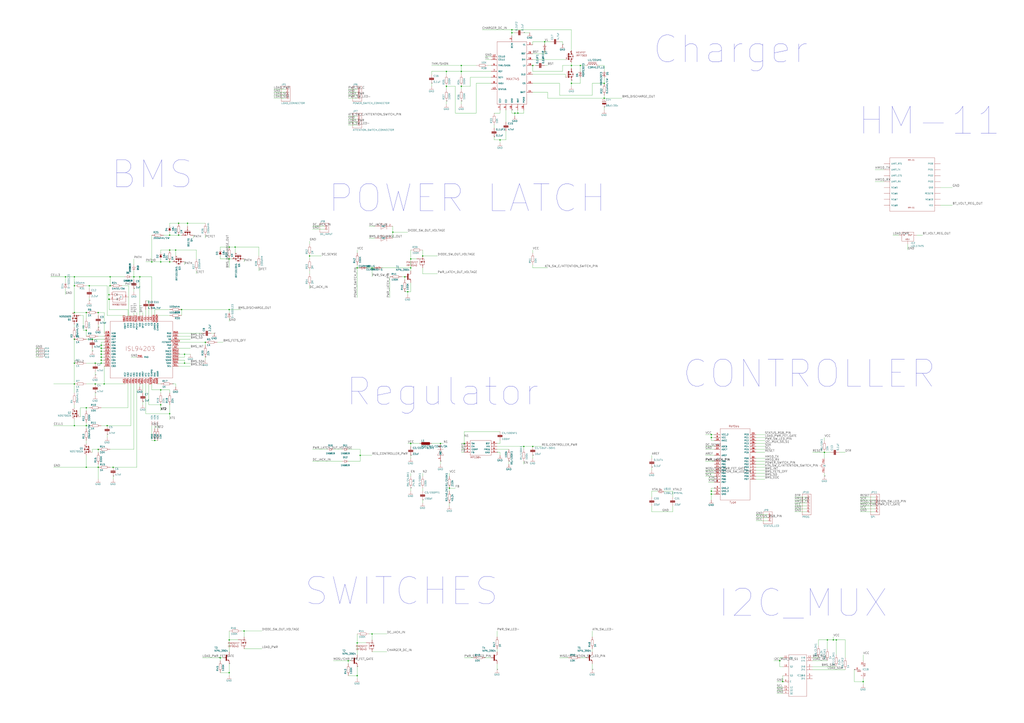
<source format=kicad_sch>
(kicad_sch (version 20211123) (generator eeschema)
  (paper "User" 873.912 617.118)
  (junction (at 114.3 236.22))
  (junction (at 157.48 302.26))
  (junction (at 93.0656 255.3716))
  (junction (at 73.66 347.98))
  (junction (at 132.08 375.92))
  (junction (at 91.44 363.22))
  (junction (at 304.8 548.64))
  (junction (at 137.16 332.74))
  (junction (at 195.58 210.82))
  (junction (at 304.8 576.58))
  (junction (at 668.02 581.66))
  (junction (at 426.72 119.38))
  (junction (at 381 60.96))
  (junction (at 350.52 220.98))
  (junction (at 447.04 381))
  (junction (at 515.62 83.82))
  (junction (at 195.58 264.16))
  (junction (at 441.96 96.52))
  (junction (at 83.82 398.78))
  (junction (at 607.06 419.1))
  (junction (at 129.54 223.52))
  (junction (at 137.16 345.44))
  (junction (at 88.9 327.66))
  (junction (at 345.44 236.22))
  (junction (at 92.964 255.3716))
  (junction (at 93.0656 255.3462))
  (junction (at 144.78 213.36))
  (junction (at 436.88 27.94))
  (junction (at 92.964 251.46))
  (junction (at 63.5 236.22))
  (junction (at 149.86 213.36))
  (junction (at 93.98 236.22))
  (junction (at 304.8 228.6))
  (junction (at 307.34 388.62))
  (junction (at 187.96 561.34))
  (junction (at 607.06 370.84))
  (junction (at 86.36 309.88))
  (junction (at 317.5 541.02))
  (junction (at 86.36 304.8))
  (junction (at 713.74 546.1))
  (junction (at 515.62 71.12))
  (junction (at 495.3 55.88))
  (junction (at 96.52 398.78))
  (junction (at 439.42 96.52))
  (junction (at 464.82 35.56))
  (junction (at 454.66 55.88))
  (junction (at 86.36 299.72))
  (junction (at 63.5 327.66))
  (junction (at 360.68 218.44))
  (junction (at 76.2 243.84))
  (junction (at 317.5 228.6))
  (junction (at 487.68 71.12))
  (junction (at 706.12 546.1))
  (junction (at 73.66 266.7))
  (junction (at 55.88 236.22))
  (junction (at 335.28 198.12))
  (junction (at 73.66 398.78))
  (junction (at 83.82 266.7))
  (junction (at 152.4 190.5))
  (junction (at 86.36 302.26))
  (junction (at 154.94 264.16))
  (junction (at 63.5 309.88))
  (junction (at 264.16 218.44))
  (junction (at 83.82 383.54))
  (junction (at 86.36 307.34))
  (junction (at 195.58 546.1))
  (junction (at 144.78 223.52))
  (junction (at 81.28 309.88))
  (junction (at 119.38 236.22))
  (junction (at 152.4 200.66))
  (junction (at 703.58 386.08))
  (junction (at 454.66 381))
  (junction (at 81.28 327.66))
  (junction (at 350.52 228.6))
  (junction (at 383.54 416.56))
  (junction (at 160.02 190.5))
  (junction (at 347.98 248.92))
  (junction (at 665.48 563.88))
  (junction (at 73.66 281.94))
  (junction (at 63.5 289.56))
  (junction (at 73.66 363.22))
  (junction (at 607.06 373.38))
  (junction (at 144.78 353.06))
  (junction (at 137.16 223.52))
  (junction (at 86.36 297.18))
  (junction (at 393.7 55.88))
  (junction (at 86.36 294.64))
  (junction (at 736.6 581.66))
  (junction (at 436.88 25.4))
  (junction (at 195.58 220.98))
  (junction (at 487.68 55.88))
  (junction (at 393.7 73.66))
  (junction (at 393.7 60.96))
  (junction (at 350.52 378.46))
  (junction (at 78.74 289.56))
  (junction (at 63.5 266.7))
  (junction (at 93.98 243.84))
  (junction (at 396.24 378.46))
  (junction (at 607.06 421.64))
  (junction (at 381 73.66))
  (junction (at 175.26 292.1))
  (junction (at 157.48 309.88))
  (junction (at 375.92 378.46))
  (junction (at 195.58 574.04))
  (junction (at 711.2 546.1))
  (junction (at 208.28 538.48))
  (junction (at 63.5 363.22))
  (junction (at 144.78 200.66))
  (junction (at 200.66 210.82))
  (junction (at 63.5 243.84))
  (junction (at 297.18 563.88))
  (wire (pts (xy 645.16 393.7) (xy 652.78 393.7)))
  (wire (pts (xy 447.04 381) (xy 454.66 381)))
  (wire (pts (xy 149.86 213.36) (xy 149.86 218.44)))
  (wire (pts (xy 93.98 398.78) (xy 96.52 398.78)))
  (wire (pts (xy 175.26 294.64) (xy 175.26 292.1)))
  (wire (pts (xy 195.58 266.7) (xy 195.58 264.16)))
  (wire (pts (xy 33.02 299.72) (xy 30.48 299.72)))
  (wire (pts (xy 454.66 35.56) (xy 464.82 35.56)))
  (wire (pts (xy 187.96 561.34) (xy 187.96 563.88)))
  (wire (pts (xy 454.66 215.9) (xy 454.66 213.36)))
  (wire (pts (xy 645.16 373.38) (xy 652.78 373.38)))
  (wire (pts (xy 487.68 55.88) (xy 487.68 58.42)))
  (wire (pts (xy 350.52 231.14) (xy 350.52 228.6)))
  (wire (pts (xy 360.68 233.68) (xy 373.38 233.68)))
  (wire (pts (xy 195.58 264.16) (xy 205.74 264.16)))
  (wire (pts (xy 83.82 287.02) (xy 88.9 287.02)))
  (wire (pts (xy 165.1 200.66) (xy 165.1 203.2)))
  (wire (pts (xy 195.58 220.98) (xy 195.58 228.6)))
  (wire (pts (xy 609.6 411.48) (xy 604.52 411.48)))
  (wire (pts (xy 86.36 304.8) (xy 86.36 307.34)))
  (wire (pts (xy 441.96 96.52) (xy 441.96 93.98)))
  (wire (pts (xy 350.52 388.62) (xy 350.52 391.16)))
  (wire (pts (xy 668.02 561.34) (xy 665.48 561.34)))
  (wire (pts (xy 454.66 55.88) (xy 457.2 55.88)))
  (wire (pts (xy 116.84 398.78) (xy 116.84 327.66)))
  (wire (pts (xy 190.5 561.34) (xy 187.96 561.34)))
  (wire (pts (xy 368.3 71.12) (xy 368.3 73.66)))
  (wire (pts (xy 454.66 38.1) (xy 454.66 35.56)))
  (wire (pts (xy 81.28 327.66) (xy 88.9 327.66)))
  (wire (pts (xy 421.64 119.38) (xy 426.72 119.38)))
  (wire (pts (xy 505.46 71.12) (xy 515.62 71.12)))
  (wire (pts (xy 688.34 426.72) (xy 678.18 426.72)))
  (wire (pts (xy 480.06 60.96) (xy 480.06 55.88)))
  (wire (pts (xy 73.66 350.52) (xy 73.66 347.98)))
  (wire (pts (xy 86.36 307.34) (xy 86.36 309.88)))
  (wire (pts (xy 86.36 292.1) (xy 86.36 294.64)))
  (wire (pts (xy 137.16 335.28) (xy 137.16 332.74)))
  (wire (pts (xy 104.14 243.84) (xy 109.7788 243.84)))
  (wire (pts (xy 91.44 243.84) (xy 91.44 269.24)))
  (wire (pts (xy 802.64 160.02) (xy 812.8 160.02)))
  (wire (pts (xy 665.48 563.88) (xy 665.48 568.96)))
  (wire (pts (xy 304.8 99.06) (xy 297.18 99.06)))
  (wire (pts (xy 393.7 60.96) (xy 381 60.96)))
  (wire (pts (xy 109.7788 269.24) (xy 111.76 269.24)))
  (wire (pts (xy 609.6 401.32) (xy 601.98 401.32)))
  (wire (pts (xy 96.52 398.78) (xy 116.84 398.78)))
  (wire (pts (xy 129.54 200.66) (xy 129.54 223.52)))
  (wire (pts (xy 609.6 388.62) (xy 601.98 388.62)))
  (wire (pts (xy 63.5 327.66) (xy 45.72 327.66)))
  (wire (pts (xy 645.16 403.86) (xy 652.78 403.86)))
  (wire (pts (xy 736.6 563.88) (xy 736.6 558.8)))
  (wire (pts (xy 297.18 563.88) (xy 284.48 563.88)))
  (wire (pts (xy 304.8 568.96) (xy 304.8 576.58)))
  (wire (pts (xy 71.12 269.24) (xy 71.12 281.94)))
  (wire (pts (xy 688.34 424.18) (xy 678.18 424.18)))
  (wire (pts (xy 124.46 353.06) (xy 124.46 327.66)))
  (wire (pts (xy 78.74 383.54) (xy 83.82 383.54)))
  (wire (pts (xy 187.96 213.36) (xy 187.96 210.82)))
  (wire (pts (xy 426.72 96.52) (xy 426.72 93.98)))
  (wire (pts (xy 746.76 426.72) (xy 734.06 426.72)))
  (wire (pts (xy 609.6 383.54) (xy 601.98 383.54)))
  (wire (pts (xy 119.38 327.66) (xy 119.38 330.2)))
  (wire (pts (xy 381 73.66) (xy 388.62 73.66)))
  (wire (pts (xy 91.44 363.22) (xy 111.76 363.22)))
  (wire (pts (xy 480.06 38.1) (xy 480.06 35.56)))
  (wire (pts (xy 754.38 144.78) (xy 746.76 144.78)))
  (wire (pts (xy 92.964 243.84) (xy 92.964 251.46)))
  (wire (pts (xy 137.16 215.9) (xy 137.16 213.36)))
  (wire (pts (xy 609.6 381) (xy 601.98 381)))
  (wire (pts (xy 129.54 256.54) (xy 129.54 236.22)))
  (wire (pts (xy 317.5 228.6) (xy 317.5 236.22)))
  (wire (pts (xy 43.18 236.22) (xy 55.88 236.22)))
  (wire (pts (xy 91.44 269.24) (xy 106.68 269.24)))
  (wire (pts (xy 350.52 406.4) (xy 350.52 403.86)))
  (wire (pts (xy 574.04 419.1) (xy 574.04 424.18)))
  (wire (pts (xy 360.68 213.36) (xy 360.68 218.44)))
  (wire (pts (xy 698.5 546.1) (xy 706.12 546.1)))
  (wire (pts (xy 645.16 391.16) (xy 652.78 391.16)))
  (wire (pts (xy 76.2 243.84) (xy 91.44 243.84)))
  (wire (pts (xy 609.6 416.56) (xy 607.06 416.56)))
  (wire (pts (xy 487.68 55.88) (xy 495.3 55.88)))
  (wire (pts (xy 124.46 256.54) (xy 127 256.54)))
  (wire (pts (xy 157.48 304.8) (xy 152.4 304.8)))
  (wire (pts (xy 660.4 563.88) (xy 665.48 563.88)))
  (wire (pts (xy 129.54 327.66) (xy 129.54 332.74)))
  (wire (pts (xy 304.8 228.6) (xy 304.8 254)))
  (wire (pts (xy 88.9 299.72) (xy 86.36 299.72)))
  (wire (pts (xy 76.2 256.54) (xy 76.2 254)))
  (wire (pts (xy 88.9 266.7) (xy 83.82 266.7)))
  (wire (pts (xy 574.04 436.88) (xy 574.04 431.8)))
  (wire (pts (xy 703.58 406.4) (xy 703.58 403.86)))
  (wire (pts (xy 129.54 264.16) (xy 129.54 269.24)))
  (wire (pts (xy 187.96 561.34) (xy 172.72 561.34)))
  (wire (pts (xy 419.1 60.96) (xy 393.7 60.96)))
  (wire (pts (xy 480.06 35.56) (xy 477.52 35.56)))
  (wire (pts (xy 454.66 60.96) (xy 480.06 60.96)))
  (wire (pts (xy 447.04 393.7) (xy 447.04 396.24)))
  (wire (pts (xy 350.52 248.92) (xy 350.52 241.3)))
  (wire (pts (xy 152.4 312.42) (xy 162.56 312.42)))
  (wire (pts (xy 304.8 78.74) (xy 297.18 78.74)))
  (wire (pts (xy 454.66 78.74) (xy 467.36 78.74)))
  (wire (pts (xy 419.1 48.26) (xy 414.02 48.26)))
  (wire (pts (xy 307.34 388.62) (xy 317.5 388.62)))
  (wire (pts (xy 746.76 431.8) (xy 734.06 431.8)))
  (wire (pts (xy 487.68 53.34) (xy 487.68 55.88)))
  (wire (pts (xy 307.34 383.54) (xy 307.34 388.62)))
  (wire (pts (xy 86.36 297.18) (xy 86.36 299.72)))
  (wire (pts (xy 396.24 368.3) (xy 396.24 378.46)))
  (wire (pts (xy 317.5 556.26) (xy 330.2 556.26)))
  (wire (pts (xy 55.88 236.22) (xy 63.5 236.22)))
  (wire (pts (xy 482.6 63.5) (xy 482.6 66.04)))
  (wire (pts (xy 609.6 421.64) (xy 607.06 421.64)))
  (wire (pts (xy 284.48 383.54) (xy 292.1 383.54)))
  (wire (pts (xy 693.42 563.88) (xy 706.12 563.88)))
  (wire (pts (xy 137.16 223.52) (xy 144.78 223.52)))
  (wire (pts (xy 439.42 96.52) (xy 441.96 96.52)))
  (wire (pts (xy 347.98 248.92) (xy 350.52 248.92)))
  (wire (pts (xy 713.74 546.1) (xy 721.36 546.1)))
  (wire (pts (xy 208.28 538.48) (xy 223.52 538.48)))
  (wire (pts (xy 655.32 444.5) (xy 645.16 444.5)))
  (wire (pts (xy 144.78 193.04) (xy 144.78 190.5)))
  (wire (pts (xy 383.54 416.56) (xy 383.54 419.1)))
  (wire (pts (xy 111.76 236.22) (xy 114.3 236.22)))
  (wire (pts (xy 396.24 381) (xy 393.7 381)))
  (wire (pts (xy 426.72 121.92) (xy 426.72 119.38)))
  (wire (pts (xy 424.18 383.54) (xy 434.34 383.54)))
  (wire (pts (xy 668.02 589.28) (xy 662.94 589.28)))
  (wire (pts (xy 73.66 347.98) (xy 68.58 347.98)))
  (wire (pts (xy 264.16 208.28) (xy 264.16 205.74)))
  (wire (pts (xy 439.42 27.94) (xy 436.88 27.94)))
  (wire (pts (xy 114.3 226.06) (xy 114.3 220.98)))
  (wire (pts (xy 304.8 81.28) (xy 297.18 81.28)))
  (wire (pts (xy 304.8 548.64) (xy 312.42 548.64)))
  (wire (pts (xy 711.2 546.1) (xy 713.74 546.1)))
  (wire (pts (xy 645.16 398.78) (xy 652.78 398.78)))
  (wire (pts (xy 220.98 228.6) (xy 220.98 231.14)))
  (wire (pts (xy 454.66 226.06) (xy 454.66 228.6)))
  (wire (pts (xy 307.34 393.7) (xy 297.18 393.7)))
  (wire (pts (xy 86.36 363.22) (xy 91.44 363.22)))
  (wire (pts (xy 160.02 190.5) (xy 175.26 190.5)))
  (wire (pts (xy 279.4 383.54) (xy 266.7 383.54)))
  (wire (pts (xy 144.78 332.74) (xy 144.78 335.28)))
  (wire (pts (xy 92.964 251.46) (xy 92.964 255.3716)))
  (wire (pts (xy 91.44 370.84) (xy 91.44 373.38)))
  (wire (pts (xy 381 63.5) (xy 381 60.96)))
  (wire (pts (xy 134.62 269.24) (xy 144.78 269.24)))
  (wire (pts (xy 162.56 309.88) (xy 157.48 309.88)))
  (wire (pts (xy 114.3 269.24) (xy 114.3 266.7)))
  (wire (pts (xy 144.78 213.36) (xy 149.86 213.36)))
  (wire (pts (xy 88.9 327.66) (xy 106.68 327.66)))
  (wire (pts (xy 401.32 66.04) (xy 419.1 66.04)))
  (wire (pts (xy 607.06 416.56) (xy 607.06 419.1)))
  (wire (pts (xy 556.26 419.1) (xy 561.34 419.1)))
  (wire (pts (xy 320.04 193.04) (xy 314.96 193.04)))
  (wire (pts (xy 754.38 154.94) (xy 746.76 154.94)))
  (wire (pts (xy 396.24 378.46) (xy 393.7 378.46)))
  (wire (pts (xy 83.82 398.78) (xy 83.82 408.94)))
  (wire (pts (xy 63.5 363.22) (xy 73.66 363.22)))
  (wire (pts (xy 73.66 398.78) (xy 45.72 398.78)))
  (wire (pts (xy 83.82 396.24) (xy 83.82 398.78)))
  (wire (pts (xy 195.58 556.26) (xy 195.58 546.1)))
  (wire (pts (xy 607.06 419.1) (xy 607.06 421.64)))
  (wire (pts (xy 73.66 243.84) (xy 76.2 243.84)))
  (wire (pts (xy 609.6 406.4) (xy 601.98 406.4)))
  (wire (pts (xy 467.36 83.82) (xy 515.62 83.82)))
  (wire (pts (xy 396.24 383.54) (xy 393.7 383.54)))
  (wire (pts (xy 485.14 561.34) (xy 477.52 561.34)))
  (wire (pts (xy 243.84 81.28) (xy 233.68 81.28)))
  (wire (pts (xy 208.28 538.48) (xy 208.28 543.56)))
  (wire (pts (xy 78.74 289.56) (xy 88.9 289.56)))
  (wire (pts (xy 426.72 386.08) (xy 426.72 388.62)))
  (wire (pts (xy 424.18 381) (xy 447.04 381)))
  (wire (pts (xy 149.86 213.36) (xy 167.64 213.36)))
  (wire (pts (xy 304.8 215.9) (xy 304.8 213.36)))
  (wire (pts (xy 746.76 424.18) (xy 734.06 424.18)))
  (wire (pts (xy 665.48 568.96) (xy 668.02 568.96)))
  (wire (pts (xy 688.34 431.8) (xy 678.18 431.8)))
  (wire (pts (xy 368.3 60.96) (xy 368.3 63.5)))
  (wire (pts (xy 716.28 386.08) (xy 721.36 386.08)))
  (wire (pts (xy 609.6 419.1) (xy 607.06 419.1)))
  (wire (pts (xy 668.02 591.82) (xy 662.94 591.82)))
  (wire (pts (xy 487.68 68.58) (xy 487.68 71.12)))
  (wire (pts (xy 345.44 236.22) (xy 345.44 238.76)))
  (wire (pts (xy 802.64 175.26) (xy 812.8 175.26)))
  (wire (pts (xy 454.66 55.88) (xy 454.66 60.96)))
  (wire (pts (xy 515.62 91.44) (xy 515.62 93.98)))
  (wire (pts (xy 93.98 243.84) (xy 93.98 236.22)))
  (wire (pts (xy 645.16 370.84) (xy 652.78 370.84)))
  (wire (pts (xy 393.7 76.2) (xy 393.7 73.66)))
  (wire (pts (xy 360.68 416.56) (xy 360.68 419.1)))
  (wire (pts (xy 63.5 345.44) (xy 63.5 347.98)))
  (wire (pts (xy 655.32 439.42) (xy 645.16 439.42)))
  (wire (pts (xy 127 345.44) (xy 127 327.66)))
  (wire (pts (xy 276.86 195.58) (xy 266.7 195.58)))
  (wire (pts (xy 350.52 228.6) (xy 350.52 220.98)))
  (wire (pts (xy 609.6 408.94) (xy 604.52 408.94)))
  (wire (pts (xy 688.34 434.34) (xy 678.18 434.34)))
  (wire (pts (xy 88.9 294.64) (xy 86.36 294.64)))
  (wire (pts (xy 81.28 309.88) (xy 86.36 309.88)))
  (wire (pts (xy 345.44 248.92) (xy 347.98 248.92)))
  (wire (pts (xy 609.6 370.84) (xy 607.06 370.84)))
  (wire (pts (xy 63.5 327.66) (xy 63.5 335.28)))
  (wire (pts (xy 728.98 581.66) (xy 736.6 581.66)))
  (wire (pts (xy 609.6 403.86) (xy 601.98 403.86)))
  (wire (pts (xy 144.78 200.66) (xy 152.4 200.66)))
  (wire (pts (xy 88.9 292.1) (xy 86.36 292.1)))
  (wire (pts (xy 304.8 541.02) (xy 304.8 548.64)))
  (wire (pts (xy 154.94 264.16) (xy 195.58 264.16)))
  (wire (pts (xy 304.8 104.14) (xy 297.18 104.14)))
  (wire (pts (xy 93.0656 264.16) (xy 109.22 264.16)))
  (wire (pts (xy 152.4 302.26) (xy 157.48 302.26)))
  (wire (pts (xy 314.96 541.02) (xy 317.5 541.02)))
  (wire (pts (xy 396.24 386.08) (xy 393.7 386.08)))
  (wire (pts (xy 144.78 345.44) (xy 144.78 353.06)))
  (wire (pts (xy 195.58 271.78) (xy 195.58 274.32)))
  (wire (pts (xy 383.54 429.26) (xy 383.54 431.8)))
  (wire (pts (xy 152.4 307.34) (xy 157.48 307.34)))
  (wire (pts (xy 421.64 96.52) (xy 426.72 96.52)))
  (wire (pts (xy 297.18 563.88) (xy 299.72 563.88)))
  (wire (pts (xy 746.76 436.88) (xy 734.06 436.88)))
  (wire (pts (xy 480.06 55.88) (xy 487.68 55.88)))
  (wire (pts (xy 175.26 304.8) (xy 175.26 307.34)))
  (wire (pts (xy 645.16 401.32) (xy 652.78 401.32)))
  (wire (pts (xy 454.66 71.12) (xy 477.52 71.12)))
  (wire (pts (xy 495.3 561.34) (xy 500.38 561.34)))
  (wire (pts (xy 68.58 347.98) (xy 68.58 355.6)))
  (wire (pts (xy 688.34 429.26) (xy 678.18 429.26)))
  (wire (pts (xy 477.52 71.12) (xy 477.52 81.28)))
  (wire (pts (xy 746.76 429.26) (xy 734.06 429.26)))
  (wire (pts (xy 297.18 383.54) (xy 307.34 383.54)))
  (wire (pts (xy 93.98 383.54) (xy 114.3 383.54)))
  (wire (pts (xy 187.96 218.44) (xy 187.96 220.98)))
  (wire (pts (xy 426.72 119.38) (xy 431.8 119.38)))
  (wire (pts (xy 607.06 375.92) (xy 609.6 375.92)))
  (wire (pts (xy 556.26 424.18) (xy 556.26 419.1)))
  (wire (pts (xy 454.66 228.6) (xy 467.36 228.6)))
  (wire (pts (xy 116.84 304.8) (xy 111.76 304.8)))
  (wire (pts (xy 71.12 269.24) (xy 68.58 269.24)))
  (wire (pts (xy 728.98 571.5) (xy 728.98 581.66)))
  (wire (pts (xy 109.22 264.16) (xy 109.22 269.24)))
  (wire (pts (xy 304.8 558.8) (xy 304.8 548.64)))
  (wire (pts (xy 137.16 220.98) (xy 137.16 223.52)))
  (wire (pts (xy 375.92 378.46) (xy 378.46 378.46)))
  (wire (pts (xy 63.5 358.14) (xy 63.5 363.22)))
  (wire (pts (xy 78.74 299.72) (xy 78.74 297.18)))
  (wire (pts (xy 73.66 360.68) (xy 73.66 363.22)))
  (wire (pts (xy 375.92 393.7) (xy 375.92 396.24)))
  (wire (pts (xy 134.62 375.92) (xy 132.08 375.92)))
  (wire (pts (xy 421.64 106.68) (xy 421.64 109.22)))
  (wire (pts (xy 86.36 309.88) (xy 88.9 309.88)))
  (wire (pts (xy 208.28 553.72) (xy 223.52 553.72)))
  (wire (pts (xy 360.68 426.72) (xy 360.68 429.26)))
  (wire (pts (xy 436.88 27.94) (xy 436.88 25.4)))
  (wire (pts (xy 33.02 297.18) (xy 30.48 297.18)))
  (wire (pts (xy 63.5 266.7) (xy 63.5 243.84)))
  (wire (pts (xy 746.76 434.34) (xy 734.06 434.34)))
  (wire (pts (xy 505.46 556.26) (xy 505.46 553.72)))
  (wire (pts (xy 195.58 574.04) (xy 187.96 574.04)))
  (wire (pts (xy 464.82 55.88) (xy 467.36 55.88)))
  (wire (pts (xy 703.58 386.08) (xy 693.42 386.08)))
  (wire (pts (xy 88.9 284.48) (xy 88.9 266.7)))
  (wire (pts (xy 556.26 431.8) (xy 556.26 436.88)))
  (wire (pts (xy 195.58 210.82) (xy 200.66 210.82)))
  (wire (pts (xy 73.66 388.62) (xy 73.66 398.78)))
  (wire (pts (xy 152.4 292.1) (xy 175.26 292.1)))
  (wire (pts (xy 93.98 236.22) (xy 106.68 236.22)))
  (wire (pts (xy 114.3 231.14) (xy 114.3 236.22)))
  (wire (pts (xy 73.66 365.76) (xy 73.66 363.22)))
  (wire (pts (xy 447.04 381) (xy 447.04 383.54)))
  (wire (pts (xy 713.74 558.8) (xy 713.74 546.1)))
  (wire (pts (xy 487.68 71.12) (xy 495.3 71.12)))
  (wire (pts (xy 668.02 581.66) (xy 662.94 581.66)))
  (wire (pts (xy 665.48 561.34) (xy 665.48 563.88)))
  (wire (pts (xy 703.58 375.92) (xy 703.58 373.38)))
  (wire (pts (xy 132.08 375.92) (xy 129.54 375.92)))
  (wire (pts (xy 304.8 83.82) (xy 297.18 83.82)))
  (wire (pts (xy 144.78 198.12) (xy 144.78 200.66)))
  (wire (pts (xy 487.68 43.18) (xy 487.68 25.4)))
  (wire (pts (xy 668.02 576.58) (xy 668.02 581.66)))
  (wire (pts (xy 454.66 45.72) (xy 464.82 45.72)))
  (wire (pts (xy 185.42 292.1) (xy 190.5 292.1)))
  (wire (pts (xy 688.34 436.88) (xy 678.18 436.88)))
  (wire (pts (xy 63.5 236.22) (xy 93.98 236.22)))
  (wire (pts (xy 73.66 363.22) (xy 76.2 363.22)))
  (wire (pts (xy 276.86 193.04) (xy 266.7 193.04)))
  (wire (pts (xy 114.3 238.76) (xy 114.3 236.22)))
  (wire (pts (xy 129.54 332.74) (xy 137.16 332.74)))
  (wire (pts (xy 383.54 406.4) (xy 383.54 403.86)))
  (wire (pts (xy 264.16 218.44) (xy 274.32 218.44)))
  (wire (pts (xy 121.92 269.24) (xy 121.92 266.7)))
  (wire (pts (xy 73.66 289.56) (xy 78.74 289.56)))
  (wire (pts (xy 645.16 381) (xy 652.78 381)))
  (wire (pts (xy 607.06 370.84) (xy 601.98 370.84)))
  (wire (pts (xy 292.1 393.7) (xy 266.7 393.7)))
  (wire (pts (xy 711.2 546.1) (xy 711.2 543.56)))
  (wire (pts (xy 63.5 289.56) (xy 63.5 309.88)))
  (wire (pts (xy 73.66 281.94) (xy 73.66 287.02)))
  (wire (pts (xy 426.72 375.92) (xy 426.72 378.46)))
  (wire (pts (xy 645.16 386.08) (xy 652.78 386.08)))
  (wire (pts (xy 495.3 71.12) (xy 495.3 66.04)))
  (wire (pts (xy 426.72 368.3) (xy 396.24 368.3)))
  (wire (pts (xy 137.16 213.36) (xy 144.78 213.36)))
  (wire (pts (xy 515.62 83.82) (xy 530.86 83.82)))
  (wire (pts (xy 703.58 386.08) (xy 708.66 386.08)))
  (wire (pts (xy 424.18 543.56) (xy 424.18 538.48)))
  (wire (pts (xy 698.5 551.18) (xy 698.5 546.1)))
  (wire (pts (xy 304.8 579.12) (xy 304.8 576.58)))
  (wire (pts (xy 129.54 375.92) (xy 129.54 363.22)))
  (wire (pts (xy 264.16 218.44) (xy 264.16 220.98)))
  (wire (pts (xy 304.8 101.6) (xy 297.18 101.6)))
  (wire (pts (xy 76.2 243.84) (xy 76.2 246.38)))
  (wire (pts (xy 121.92 335.28) (xy 121.92 327.66)))
  (wire (pts (xy 447.04 93.98) (xy 447.04 96.52)))
  (wire (pts (xy 187.96 210.82) (xy 195.58 210.82)))
  (wire (pts (xy 383.54 416.56) (xy 388.62 416.56)))
  (wire (pts (xy 393.7 73.66) (xy 401.32 73.66)))
  (wire (pts (xy 127 256.54) (xy 127 269.24)))
  (wire (pts (xy 144.78 353.06) (xy 144.78 358.14)))
  (wire (pts (xy 33.02 304.8) (xy 30.48 304.8)))
  (wire (pts (xy 381 60.96) (xy 368.3 60.96)))
  (wire (pts (xy 388.62 96.52) (xy 406.4 96.52)))
  (wire (pts (xy 63.5 309.88) (xy 63.5 327.66)))
  (wire (pts (xy 88.9 307.34) (xy 86.36 307.34)))
  (wire (pts (xy 332.74 236.22) (xy 332.74 254)))
  (wire (pts (xy 149.86 327.66) (xy 149.86 330.2)))
  (wire (pts (xy 55.88 241.3) (xy 55.88 236.22)))
  (wire (pts (xy 721.36 546.1) (xy 721.36 561.34)))
  (wire (pts (xy 609.6 393.7) (xy 601.98 393.7)))
  (wire (pts (xy 505.46 571.5) (xy 505.46 566.42)))
  (wire (pts (xy 436.88 30.48) (xy 436.88 27.94)))
  (wire (pts (xy 495.3 60.96) (xy 495.3 55.88)))
  (wire (pts (xy 388.62 73.66) (xy 388.62 96.52)))
  (wire (pts (xy 495.3 55.88) (xy 500.38 55.88)))
  (wire (pts (xy 121.92 342.9) (xy 121.92 345.44)))
  (wire (pts (xy 71.12 281.94) (xy 73.66 281.94)))
  (wire (pts (xy 96.52 406.4) (xy 96.52 408.94)))
  (wire (pts (xy 86.36 302.26) (xy 86.36 304.8)))
  (wire (pts (xy 139.7 200.66) (xy 144.78 200.66)))
  (wire (pts (xy 157.48 302.26) (xy 157.48 304.8)))
  (wire (pts (xy 129.54 223.52) (xy 124.46 223.52)))
  (wire (pts (xy 63.5 363.22) (xy 45.72 363.22)))
  (wire (pts (xy 154.94 269.24) (xy 154.94 264.16)))
  (wire (pts (xy 157.48 307.34) (xy 157.48 309.88)))
  (wire (pts (xy 345.44 236.22) (xy 342.9 236.22)))
  (wire (pts (xy 454.66 381) (xy 462.28 381)))
  (wire (pts (xy 706.12 553.72) (xy 706.12 546.1)))
  (wire (pts (xy 195.58 546.1) (xy 203.2 546.1)))
  (wire (pts (xy 325.12 228.6) (xy 350.52 228.6)))
  (wire (pts (xy 454.66 50.8) (xy 482.6 50.8)))
  (wire (pts (xy 83.82 266.7) (xy 83.82 269.24)))
  (wire (pts (xy 124.46 264.16) (xy 124.46 269.24)))
  (wire (pts (xy 350.52 378.46) (xy 358.14 378.46)))
  (wire (pts (xy 63.5 266.7) (xy 73.66 266.7)))
  (wire (pts (xy 645.16 408.94) (xy 652.78 408.94)))
  (wire (pts (xy 73.66 378.46) (xy 73.66 375.92)))
  (wire (pts (xy 510.54 55.88) (xy 515.62 55.88)))
  (wire (pts (xy 607.06 373.38) (xy 609.6 373.38)))
  (wire (pts (xy 645.16 396.24) (xy 652.78 396.24)))
  (wire (pts (xy 335.28 198.12) (xy 335.28 203.2)))
  (wire (pts (xy 477.52 81.28) (xy 505.46 81.28)))
  (wire (pts (xy 83.82 279.4) (xy 83.82 276.86)))
  (wire (pts (xy 152.4 190.5) (xy 160.02 190.5)))
  (wire (pts (xy 312.42 228.6) (xy 317.5 228.6)))
  (wire (pts (xy 436.88 25.4) (xy 411.48 25.4)))
  (wire (pts (xy 86.36 299.72) (xy 86.36 302.26)))
  (wire (pts (xy 243.84 83.82) (xy 233.68 83.82)))
  (wire (pts (xy 403.86 561.34) (xy 396.24 561.34)))
  (wire (pts (xy 381 86.36) (xy 381 88.9)))
  (wire (pts (xy 645.16 383.54) (xy 652.78 383.54)))
  (wire (pts (xy 114.3 236.22) (xy 119.38 236.22)))
  (wire (pts (xy 335.28 193.04) (xy 335.28 198.12)))
  (wire (pts (xy 421.64 116.84) (xy 421.64 119.38)))
  (wire (pts (xy 767.08 200.66) (xy 762 200.66)))
  (wire (pts (xy 93.98 243.84) (xy 92.964 243.84)))
  (wire (pts (xy 607.06 421.64) (xy 607.06 426.72)))
  (wire (pts (xy 401.32 73.66) (xy 401.32 66.04)))
  (wire (pts (xy 414.02 561.34) (xy 419.1 561.34)))
  (wire (pts (xy 83.82 386.08) (xy 83.82 383.54)))
  (wire (pts (xy 144.78 190.5) (xy 152.4 190.5)))
  (wire (pts (xy 144.78 353.06) (xy 124.46 353.06)))
  (wire (pts (xy 515.62 55.88) (xy 515.62 60.96)))
  (wire (pts (xy 317.5 228.6) (xy 320.04 228.6)))
  (wire (pts (xy 706.12 546.1) (xy 711.2 546.1)))
  (wire (pts (xy 109.7788 243.84) (xy 109.7788 269.24)))
  (wire (pts (xy 607.06 370.84) (xy 607.06 373.38)))
  (wire (pts (xy 63.5 276.86) (xy 63.5 279.4)))
  (wire (pts (xy 167.64 231.14) (xy 167.64 233.68)))
  (wire (pts (xy 355.6 220.98) (xy 350.52 220.98)))
  (wire (pts (xy 116.84 269.24) (xy 116.84 266.7)))
  (wire (pts (xy 655.32 441.96) (xy 645.16 441.96)))
  (wire (pts (xy 264.16 231.14) (xy 264.16 233.68)))
  (wire (pts (xy 119.38 236.22) (xy 119.38 269.24)))
  (wire (pts (xy 134.62 327.66) (xy 137.16 327.66)))
  (wire (pts (xy 195.58 538.48) (xy 195.58 546.1)))
  (wire (pts (xy 436.88 93.98) (xy 436.88 96.52)))
  (wire (pts (xy 373.38 218.44) (xy 360.68 218.44)))
  (wire (pts (xy 93.0656 255.3716) (xy 93.0656 264.16)))
  (wire (pts (xy 88.9 297.18) (xy 86.36 297.18)))
  (wire (pts (xy 73.66 266.7) (xy 73.66 271.78)))
  (wire (pts (xy 566.42 419.1) (xy 574.04 419.1)))
  (wire (pts (xy 200.66 210.82) (xy 200.66 215.9)))
  (wire (pts (xy 693.42 561.34) (xy 698.5 561.34)))
  (wire (pts (xy 424.18 571.5) (xy 424.18 566.42)))
  (wire (pts (xy 73.66 309.88) (xy 81.28 309.88)))
  (wire (pts (xy 129.54 236.22) (xy 119.38 236.22)))
  (wire (pts (xy 195.58 220.98) (xy 198.12 220.98)))
  (wire (pts (xy 157.48 309.88) (xy 152.4 309.88)))
  (wire (pts (xy 92.964 255.3716) (xy 93.0656 255.3716)))
  (wire (pts (xy 111.76 363.22) (xy 111.76 327.66)))
  (wire (pts (xy 33.02 302.26) (xy 30.48 302.26)))
  (wire (pts (xy 205.74 538.48) (xy 208.28 538.48)))
  (wire (pts (xy 167.64 213.36) (xy 167.64 220.98)))
  (wire (pts (xy 736.6 584.2) (xy 736.6 581.66)))
  (wire (pts (xy 434.34 393.7) (xy 434.34 396.24)))
  (wire (pts (xy 505.46 543.56) (xy 505.46 538.48)))
  (wire (pts (xy 129.54 223.52) (xy 137.16 223.52)))
  (wire (pts (xy 187.96 220.98) (xy 195.58 220.98)))
  (wire (pts (xy 200.66 210.82) (xy 220.98 210.82)))
  (wire (pts (xy 175.26 200.66) (xy 175.26 203.2)))
  (wire (pts (xy 436.88 96.52) (xy 439.42 96.52)))
  (wire (pts (xy 556.26 398.78) (xy 556.26 401.32)))
  (wire (pts (xy 317.5 541.02) (xy 317.5 546.1)))
  (wire (pts (xy 360.68 228.6) (xy 360.68 233.68)))
  (wire (pts (xy 243.84 76.2) (xy 233.68 76.2)))
  (wire (pts (xy 645.16 375.92) (xy 652.78 375.92)))
  (wire (pts (xy 264.16 243.84) (xy 264.16 246.38)))
  (wire (pts (xy 487.68 73.66) (xy 487.68 71.12)))
  (wire (pts (xy 137.16 345.44) (xy 137.16 350.52)))
  (wire (pts (xy 114.3 246.38) (xy 114.3 248.92)))
  (wire (pts (xy 220.98 210.82) (xy 220.98 218.44)))
  (wire (pts (xy 416.56 55.88) (xy 419.1 55.88)))
  (wire (pts (xy 132.08 264.16) (xy 144.78 264.16)))
  (wire (pts (xy 88.9 304.8) (xy 86.36 304.8)))
  (wire (pts (xy 464.82 45.72) (xy 464.82 43.18)))
  (wire (pts (xy 505.46 81.28) (xy 505.46 71.12)))
  (wire (pts (xy 703.58 390.906) (xy 703.58 386.08)))
  (wire (pts (xy 137.16 332.74) (xy 144.78 332.74)))
  (wire (pts (xy 645.16 406.4) (xy 652.78 406.4)))
  (wire (pts (xy 304.8 576.58) (xy 297.18 576.58)))
  (wire (pts (xy 63.5 236.22) (xy 63.5 243.84)))
  (wire (pts (xy 160.02 190.5) (xy 160.02 193.04)))
  (wire (pts (xy 335.28 198.12) (xy 347.98 198.12)))
  (wire (pts (xy 114.3 383.54) (xy 114.3 327.66)))
  (wire (pts (xy 736.6 581.66) (xy 736.6 579.12)))
  (wire (pts (xy 152.4 289.56) (xy 162.56 289.56)))
  (wire (pts (xy 515.62 66.04) (xy 515.62 71.12)))
  (wire (pts (xy 88.9 312.42) (xy 88.9 327.66)))
  (wire (pts (xy 152.4 287.02) (xy 162.56 287.02)))
  (wire (pts (xy 208.28 220.98) (xy 208.28 223.52)))
  (wire (pts (xy 297.18 566.42) (xy 297.18 563.88)))
  (wire (pts (xy 304.8 106.68) (xy 297.18 106.68)))
  (wire (pts (xy 406.4 71.12) (xy 419.1 71.12)))
  (wire (pts (xy 55.88 246.38) (xy 55.88 251.46)))
  (wire (pts (xy 381 76.2) (xy 381 73.66)))
  (wire (pts (xy 350.52 378.46) (xy 350.52 381)))
  (wire (pts (xy 73.66 398.78) (xy 83.82 398.78)))
  (wire (pts (xy 86.36 347.98) (xy 109.22 347.98)))
  (wire (pts (xy 132.08 269.24) (xy 132.08 264.16)))
  (wire (pts (xy 424.18 386.08) (xy 426.72 386.08)))
  (wire (pts (xy 81.28 335.28) (xy 81.28 337.82)))
  (wire (pts (xy 693.42 571.5) (xy 721.36 571.5)))
  (wire (pts (xy 157.48 223.52) (xy 157.48 226.06)))
  (wire (pts (xy 243.84 78.74) (xy 233.68 78.74)))
  (wire (pts (xy 152.4 297.18) (xy 162.56 297.18)))
  (wire (pts (xy 350.52 416.56) (xy 350.52 419.1)))
  (wire (pts (xy 431.8 119.38) (xy 431.8 111.76)))
  (wire (pts (xy 147.32 223.52) (xy 144.78 223.52)))
  (wire (pts (xy 693.42 568.96) (xy 713.74 568.96)))
  (wire (pts (xy 132.08 363.22) (xy 132.08 365.76)))
  (wire (pts (xy 439.42 99.06) (xy 439.42 96.52)))
  (wire (pts (xy 393.7 63.5) (xy 393.7 60.96)))
  (wire (pts (xy 556.26 391.16) (xy 556.26 388.62)))
  (wire (pts (xy 556.26 436.88) (xy 574.04 436.88)))
  (wire (pts (xy 426.72 378.46) (xy 424.18 378.46)))
  (wire (pts (xy 350.52 220.98) (xy 350.52 213.36)))
  (wire (pts (xy 137.16 345.44) (xy 127 345.44)))
  (wire (pts (xy 668.02 586.74) (xy 662.94 586.74)))
  (wire (pts (xy 147.32 327.66) (xy 149.86 327.66)))
  (wire (pts (xy 76.2 347.98) (xy 73.66 347.98)))
  (wire (pts (xy 307.34 388.62) (xy 307.34 393.7)))
  (wire (pts (xy 406.4 55.88) (xy 393.7 55.88)))
  (wire (pts (xy 447.04 27.94) (xy 452.12 27.94)))
  (wire (pts (xy 88.9 302.26) (xy 86.36 302.26)))
  (wire (pts (xy 182.88 284.48) (xy 180.34 284.48)))
  (wire (pts (xy 317.5 541.02) (xy 330.2 541.02)))
  (wire (pts (xy 467.36 78.74) (xy 467.36 83.82)))
  (wire (pts (xy 350.52 378.46) (xy 347.98 378.46)))
  (wire (pts (xy 195.58 576.58) (xy 195.58 574.04)))
  (wire (pts (xy 304.8 76.2) (xy 297.18 76.2)))
  (wire (pts (xy 157.48 302.26) (xy 162.56 302.26)))
  (wire (pts (xy 195.58 566.42) (xy 195.58 574.04)))
  (wire (pts (xy 86.36 294.64) (xy 86.36 297.18)))
  (wire (pts (xy 431.8 104.14) (xy 431.8 93.98)))
  (wire (pts (xy 393.7 86.36) (xy 393.7 88.9)))
  (wire (pts (xy 454.66 388.62) (xy 454.66 391.16)))
  (wire (pts (xy 406.4 96.52) (xy 406.4 71.12)))
  (wire (pts (xy 78.74 386.08) (xy 78.74 383.54)))
  (wire (pts (xy 154.94 200.66) (xy 152.4 200.66)))
  (wire (pts (xy 393.7 55.88) (xy 368.3 55.88)))
  (wire (pts (xy 469.9 35.56) (xy 464.82 35.56)))
  (wire (pts (xy 134.62 363.22) (xy 134.62 365.76)))
  (wire (pts (xy 419.1 50.8) (xy 414.02 50.8)))
  (wire (pts (xy 304.8 226.06) (xy 304.8 228.6)))
  (wire (pts (xy 393.7 55.88) (xy 393.7 60.96)))
  (wire (pts (xy 774.7 208.28) (xy 774.7 213.36)))
  (wire (pts (xy 424.18 556.26) (xy 424.18 553.72)))
  (wire (pts (xy 454.66 63.5) (xy 482.6 63.5)))
  (wire (pts (xy 81.28 320.04) (xy 81.28 317.5)))
  (wire (pts (xy 152.4 284.48) (xy 172.72 284.48)))
  (wire (pts (xy 109.22 347.98) (xy 109.22 327.66)))
  (wire (pts (xy 487.68 25.4) (xy 436.88 25.4)))
  (wire (pts (xy 645.16 378.46) (xy 652.78 378.46)))
  (wire (pts (xy 782.32 200.66) (xy 787.4 200.66)))
  (wire (pts (xy 607.06 373.38) (xy 607.06 375.92)))
  (wire (pts (xy 447.04 96.52) (xy 441.96 96.52)))
  (wire (pts (xy 347.98 251.46) (xy 347.98 248.92)))
  (wire (pts (xy 360.68 406.4) (xy 360.68 403.86)))
  (wire (pts (xy 73.66 327.66) (xy 81.28 327.66)))
  (wire (pts (xy 320.04 203.2) (xy 314.96 203.2)))
  (wire (pts (xy 515.62 81.28) (xy 515.62 83.82)))
  (wire (pts (xy 464.82 35.56) (xy 464.82 38.1)))
  (wire (pts (xy 368.3 378.46) (xy 375.92 378.46)))
  (wire (pts (xy 307.34 228.6) (xy 304.8 228.6)))
  (text "Charger" (at 556.26 55.88 0) (effects (font (size 23.0886 23.0886)) (justify left bottom)))
  (text "SWITCHES" (at 259.08 518.16 0) (effects (font (size 23.0886 23.0886)) (justify left bottom)))
  (text "POWER LATCH" (at 279.4 182.88 0) (effects (font (size 23.0886 23.0886)) (justify left bottom)))
  (text "Regulator" (at 294.64 347.98 0) (effects (font (size 23.0886 23.0886)) (justify left bottom)))
  (text "CONTROLLER" (at 581.66 332.74 0) (effects (font (size 23.0886 23.0886)) (justify left bottom)))
  (text "I2C_MUX" (at 612.14 528.32 0) (effects (font (size 23.0886 23.0886)) (justify left bottom)))
  (text "BMS" (at 93.98 162.56 0) (effects (font (size 23.0886 23.0886)) (justify left bottom)))
  (text "HM-11" (at 731.52 116.84 0) (effects (font (size 23.0886 23.0886)) (justify left bottom)))
  (label "GND" (at 505.46 571.5 0) (effects (font (size 0.254 0.254))))
  (label "GND" (at 375.92 393.7 0) (effects (font (size 0.254 0.254))))
  (label "LOAD_PWR_FET_GATE" (at 172.72 561.34 0) (effects (font (size 1.778 1.778))))
  (label "GND" (at 81.28 320.04 0) (effects (font (size 0.254 0.254))))
  (label "PWR_SW_LED-" (at 297.18 83.82 0) (effects (font (size 1.778 1.778))))
  (label "XT2" (at 134.62 365.76 0) (effects (font (size 1.778 1.778))))
  (label "PWR_LATCH_PIN" (at 601.98 393.7 0) (effects (font (size 1.778 1.778))))
  (label "LOAD_SCL" (at 693.42 563.88 0) (effects (font (size 1.778 1.778))))
  (label "GND" (at 119.38 327.66 0) (effects (font (size 0.254 0.254))))
  (label "BT_VOLT_REG_OUT" (at 812.8 175.26 0) (effects (font (size 1.9304 1.9304))))
  (label "XT2" (at 137.16 350.52 0) (effects (font (size 1.778 1.778))))
  (label "XTAL2" (at 604.52 411.48 0) (effects (font (size 1.778 1.778))))
  (label "GND" (at 233.68 78.74 0) (effects (font (size 1.778 1.778))))
  (label "BMS_SCL" (at 693.42 561.34 0) (effects (font (size 1.778 1.778))))
  (label "I2C_MUX_S0_S1" (at 660.4 563.88 0) (effects (font (size 1.778 1.778))))
  (label "VCC" (at 734.06 434.34 0) (effects (font (size 1.778 1.778))))
  (label "GND" (at 421.64 116.84 0) (effects (font (size 0.254 0.254))))
  (label "POWER_SWITCH_PIN" (at 304.8 254 90) (effects (font (size 1.778 1.778))))
  (label "DC_JACK_IN" (at 266.7 393.7 0) (effects (font (size 1.778 1.778))))
  (label "VCC" (at 383.54 403.86 0) (effects (font (size 1.778 1.778))))
  (label "GND" (at 81.28 335.28 0) (effects (font (size 0.254 0.254))))
  (label "ATN_SW_LED-" (at 297.18 106.68 0) (effects (font (size 1.778 1.778))))
  (label "VCC" (at 678.18 431.8 0) (effects (font (size 1.778 1.778))))
  (label "RESET" (at 734.06 424.18 0) (effects (font (size 1.778 1.778))))
  (label "GND" (at 678.18 436.88 0) (effects (font (size 1.778 1.778))))
  (label "GND" (at 111.76 304.8 0) (effects (font (size 1.778 1.778))))
  (label "BMS_SDA" (at 162.56 309.88 0) (effects (font (size 1.778 1.778))))
  (label "GND" (at 734.06 436.88 0) (effects (font (size 1.778 1.778))))
  (label "RESET" (at 652.78 386.08 0) (effects (font (size 1.778 1.778))))
  (label "GND" (at 91.44 370.84 0) (effects (font (size 0.254 0.254))))
  (label "BMS_SD" (at 652.78 406.4 0) (effects (font (size 1.778 1.778))))
  (label "MOSI/CHR_PWR_FET_GATE" (at 734.06 431.8 0) (effects (font (size 1.778 1.778))))
  (label "DFET" (at 121.92 266.7 90) (effects (font (size 1.778 1.778))))
  (label "MISO/ATTENTION_SW_LED_PIN" (at 734.06 429.26 0) (effects (font (size 1.778 1.778))))
  (label "PCFET" (at 175.26 203.2 0) (effects (font (size 1.778 1.778))))
  (label "I2C_MUX_S0_S1" (at 652.78 378.46 0) (effects (font (size 1.778 1.778))))
  (label "BMS_SCL" (at 162.56 312.42 0) (effects (font (size 1.778 1.778))))
  (label "EN" (at 350.52 403.86 0) (effects (font (size 1.778 1.778))))
  (label "AREF" (at 601.98 388.62 0) (effects (font (size 1.778 1.778))))
  (label "LOAD_PWR" (at 233.68 76.2 0) (effects (font (size 1.778 1.778))))
  (label "GND" (at 55.88 251.46 0) (effects (font (size 1.778 1.778))))
  (label "PCFET" (at 116.84 266.7 90) (effects (font (size 1.778 1.778))))
  (label "CELL1" (at 30.48 299.72 0) (effects (font (size 1.778 1.778))))
  (label "MISO/ATTENTION_SW_LED_PIN" (at 477.52 561.34 0) (effects (font (size 1.778 1.778))))
  (label "CHARGER_DC_IN" (at 330.2 556.26 0) (effects (font (size 1.778 1.778))))
  (label "GND" (at 129.54 363.22 0) (effects (font (size 1.778 1.778))))
  (label "SCK" (at 734.06 426.72 0) (effects (font (size 1.778 1.778))))
  (label "EN" (at 447.04 396.24 0) (effects (font (size 1.778 1.778))))
  (label "GND" (at 645.16 439.42 0) (effects (font (size 1.778 1.778))))
  (label "GND" (at 368.3 71.12 0) (effects (font (size 0.254 0.254))))
  (label "CELL3" (at 43.18 236.22 0) (effects (font (size 1.778 1.778))))
  (label "HM10_TX" (at 746.76 144.78 0) (effects (font (size 1.9304 1.9304))))
  (label "THM/SHDN" (at 368.3 55.88 0) (effects (font (size 1.778 1.778))))
  (label "LOAD_PWR_FET_GATE" (at 652.78 373.38 0) (effects (font (size 1.778 1.778))))
  (label "PWR_SW_C" (at 317.5 236.22 0) (effects (font (size 1.778 1.778))))
  (label "STATUS_RGB_PIN" (at 652.78 370.84 0) (effects (font (size 1.778 1.778))))
  (label "GND" (at 195.58 566.42 0) (effects (font (size 0.254 0.254))))
  (label "VCC" (at 645.16 444.5 0) (effects (font (size 1.778 1.778))))
  (label "BMS_INT" (at 652.78 401.32 0) (effects (font (size 1.778 1.778))))
  (label "RESET" (at 693.42 386.08 0) (effects (font (size 1.778 1.778))))
  (label "GND" (at 78.74 299.72 0) (effects (font (size 0.254 0.254))))
  (label "DC_SENSE" (at 601.98 381 0) (effects (font (size 1.778 1.778))))
  (label "STATUS_RGB_PIN" (at 645.16 441.96 0) (effects (font (size 1.778 1.778))))
  (label "GND" (at 175.26 304.8 0) (effects (font (size 0.254 0.254))))
  (label "GND" (at 703.58 406.4 0) (effects (font (size 0.254 0.254))))
  (label "GND" (at 662.94 591.82 0) (effects (font (size 1.778 1.778))))
  (label "DC_JACK_IN" (at 264.16 246.38 0) (effects (font (size 1.778 1.778))))
  (label "DIODE_SW_OUT_VOLTAGE" (at 347.98 198.12 0) (effects (font (size 1.778 1.778))))
  (label "AREF" (at 556.26 388.62 0) (effects (font (size 1.778 1.778))))
  (label "GND" (at 297.18 101.6 0) (effects (font (size 1.778 1.778))))
  (label "XTAL2" (at 574.04 419.1 0) (effects (font (size 1.778 1.778))))
  (label "DIODE_SW_OUT_VOLTAGE" (at 223.52 538.48 0) (effects (font (size 1.778 1.778))))
  (label "HM10_TX" (at 678.18 429.26 0) (effects (font (size 1.778 1.778))))
  (label "LOAD_SDA" (at 233.68 83.82 0) (effects (font (size 1.778 1.778))))
  (label "GND" (at 350.52 388.62 0) (effects (font (size 0.254 0.254))))
  (label "GND" (at 774.7 213.36 0) (effects (font (size 1.778 1.778))))
  (label "PATH" (at 208.28 223.52 0) (effects (font (size 1.778 1.778))))
  (label "PWR_SW_LED-" (at 424.18 538.48 0) (effects (font (size 1.778 1.778))))
  (label "PWR_SW_LED_PIN" (at 396.24 561.34 0) (effects (font (size 1.778 1.778))))
  (label "PATH" (at 114.3 220.98 0) (effects (font (size 1.778 1.778))))
  (label "DIODE_SW_OUT_VOLTAGE" (at 373.38 218.44 0) (effects (font (size 1.778 1.778))))
  (label "GND" (at 436.88 93.98 0) (effects (font (size 0.254 0.254))))
  (label "GND" (at 30.48 297.18 0) (effects (font (size 1.778 1.778))))
  (label "LOAD_PWR" (at 223.52 553.72 0) (effects (font (size 1.778 1.778))))
  (label "GND" (at 304.8 568.96 0) (effects (font (size 0.254 0.254))))
  (label "ATN_SW_LED-" (at 505.46 538.48 0) (effects (font (size 1.778 1.778))))
  (label "ATN_SW_C/ATTENTION_SWITCH_PIN" (at 464.82 228.6 0) (effects (font (size 1.778 1.778))))
  (label "PATH" (at 157.48 226.06 0) (effects (font (size 1.778 1.778))))
  (label "DC_JACK_IN" (at 266.7 193.04 0) (effects (font (size 1.778 1.778))))
  (label "VCC" (at 703.58 373.38 0) (effects (font (size 1.778 1.778))))
  (label "GND" (at 393.7 86.36 0) (effects (font (size 0.254 0.254))))
  (label "PATH" (at 165.1 203.2 0) (effects (font (size 1.778 1.778))))
  (label "CHARGER_DC_IN" (at 411.48 25.4 0) (effects (font (size 1.778 1.778))))
  (label "REG_CONTROLLER_PWR" (at 462.28 381 0) (effects (font (size 1.778 1.778))))
  (label "GND" (at 662.94 581.66 0) (effects (font (size 1.778 1.778))))
  (label "BMS_INT" (at 162.56 297.18 0) (effects (font (size 1.778 1.778))))
  (label "GND" (at 434.34 393.7 0) (effects (font (size 0.254 0.254))))
  (label "GND" (at 454.66 388.62 0) (effects (font (size 0.254 0.254))))
  (label "N2" (at 393.7 383.54 0) (effects (font (size 1.778 1.778))))
  (label "GND" (at 424.18 571.5 0) (effects (font (size 0.254 0.254))))
  (label "XT2" (at 137.16 350.52 0) (effects (font (size 1.778 1.778))))
  (label "GND" (at 121.92 342.9 0) (effects (font (size 0.254 0.254))))
  (label "DC_JACK_IN" (at 314.96 193.04 0) (effects (font (size 1.778 1.778))))
  (label "SCL" (at 652.78 383.54 0) (effects (font (size 1.778 1.778))))
  (label "EN" (at 393.7 381 0) (effects (font (size 1.778 1.778))))
  (label "GND" (at 360.68 426.72 0) (effects (font (size 0.254 0.254))))
  (label "GND" (at 114.3 246.38 0) (effects (font (size 0.254 0.254))))
  (label "GND" (at 83.82 279.4 0) (effects (font (size 0.254 0.254))))
  (label "CELL3" (at 30.48 304.8 0) (effects (font (size 1.778 1.778))))
  (label "N2" (at 360.68 403.86 0) (effects (font (size 1.778 1.778))))
  (label "DTR" (at 721.36 386.08 0) (effects (font (size 1.778 1.778))))
  (label "VCC" (at 601.98 370.84 0) (effects (font (size 1.778 1.778))))
  (label "PWR_SW_C" (at 297.18 76.2 0) (effects (font (size 1.778 1.778))))
  (label "N1" (at 378.46 378.46 0) (effects (font (size 1.778 1.778))))
  (label "GND" (at 447.04 27.94 0) (effects (font (size 0.254 0.254))))
  (label "CELL1" (at 45.72 363.22 0) (effects (font (size 1.778 1.778))))
  (label "BMS_FETS_OFF" (at 190.5 292.1 0) (effects (font (size 1.778 1.778))))
  (label "BMS_SD" (at 162.56 289.56 0) (effects (font (size 1.778 1.778))))
  (label "FB" (at 388.62 416.56 0) (effects (font (size 1.778 1.778))))
  (label "GND" (at 556.26 398.78 0) (effects (font (size 0.254 0.254))))
  (label "XTAL1" (at 604.52 408.94 0) (effects (font (size 1.778 1.778))))
  (label "GND" (at 383.54 429.26 0) (effects (font (size 0.254 0.254))))
  (label "DC_JACK_IN" (at 330.2 541.02 0) (effects (font (size 1.778 1.778))))
  (label "VCC" (at 711.2 543.56 0) (effects (font (size 1.778 1.778))))
  (label "PWR_SW_LED_PIN" (at 652.78 375.92 0) (effects (font (size 1.778 1.778))))
  (label "PWR_LATCH_PIN" (at 332.74 254 90) (effects (font (size 1.778 1.778))))
  (label "GND" (at 182.88 284.48 0) (effects (font (size 0.254 0.254))))
  (label "BMS_SDA" (at 701.04 568.96 0) (effects (font (size 1.778 1.778))))
  (label "PWR_LATCH_OUT_VOLTAGE" (at 266.7 383.54 0) (effects (font (size 1.778 1.778))))
  (label "HM10_TX" (at 652.78 391.16 0) (effects (font (size 1.778 1.778))))
  (label "GND" (at 678.18 434.34 0) (effects (font (size 1.778 1.778))))
  (label "LOAD_PWR" (at 297.18 104.14 0) (effects (font (size 1.778 1.778))))
  (label "GND" (at 565.15 436.88 0) (effects (font (size 1.778 1.778))))
  (label "GND" (at 152.4 302.26 0) (effects (font (size 0.254 0.254))))
  (label "LOAD_PWR" (at 297.18 81.28 0) (effects (font (size 1.778 1.778))))
  (label "XT1" (at 132.08 365.76 0) (effects (font (size 1.778 1.778))))
  (label "SCK" (at 601.98 406.4 0) (effects (font (size 1.778 1.778))))
  (label "MOSI/CHR_PWR_FET_GATE" (at 601.98 401.32 0) (effects (font (size 1.778 1.778))))
  (label "BMS_DISCHARGE_OUT" (at 203.2 264.16 0) (effects (font (size 1.778 1.778))))
  (label "GND" (at 487.68 68.58 0) (effects (font (size 0.254 0.254))))
  (label "MISO/ATTENTION_SW_LED_PIN" (at 601.98 403.86 0) (effects (font (size 1.778 1.778))))
  (label "DC_SENSE" (at 274.32 218.44 0) (effects (font (size 1.778 1.778))))
  (label "BMS_EOC" (at 652.78 408.94 0) (effects (font (size 1.778 1.778))))
  (label "XT1" (at 144.78 358.14 0) (effects (font (size 1.778 1.778))))
  (label "BST" (at 454.66 45.72 0) (effects (font (size 1.778 1.778))))
  (label "GND" (at 264.16 205.74 0) (effects (font (size 1.778 1.778))))
  (label "DFET" (at 220.98 231.14 0) (effects (font (size 1.778 1.778))))
  (label "GND" (at 297.18 78.74 0) (effects (font (size 1.778 1.778))))
  (label "SDA" (at 652.78 381 0) (effects (font (size 1.778 1.778))))
  (label "POWER_SWITCH_PIN" (at 652.78 396.24 0) (effects (font (size 1.778 1.778))))
  (label "GND" (at 45.72 398.78 0) (effects (font (size 1.778 1.778))))
  (label "VCC" (at 736.6 558.8 0) (effects (font (size 1.778 1.778))))
  (label "ATN_SW_C/ATTENTION_SWITCH_PIN" (at 652.78 398.78 0) (effects (font (size 1.778 1.778))))
  (label "GND" (at 345.44 248.92 0) (effects (font (size 0.254 0.254))))
  (label "HM10_RX" (at 678.18 426.72 0) (effects (font (size 1.778 1.778))))
  (label "FB" (at 393.7 386.08 0) (effects (font (size 1.778 1.778))))
  (label "CELL2" (at 30.48 302.26 0) (effects (font (size 1.778 1.778))))
  (label "BT_VOLT_REG_OUT" (at 787.4 200.66 0) (effects (font (size 1.778 1.778))))
  (label "XT2" (at 137.16 350.52 0) (effects (font (size 1.778 1.778))))
  (label "VCC" (at 454.66 213.36 0) (effects (font (size 1.778 1.778))))
  (label "GND" (at 812.8 160.02 0) (effects (font (size 1.9304 1.9304))))
  (label "GND" (at 350.52 416.56 0) (effects (font (size 0.254 0.254))))
  (label "HM10_RX" (at 652.78 393.7 0) (effects (font (size 1.778 1.778))))
  (label "BMS_DISCHARGE_OUT" (at 530.86 83.82 0) (effects (font (size 1.778 1.778))))
  (label "GND" (at 147.32 327.66 0) (effects (font (size 0.254 0.254))))
  (label "CFET" (at 114.3 266.7 90) (effects (font (size 1.778 1.778))))
  (label "LOAD_PWR" (at 762 200.66 0) (effects (font (size 1.778 1.778))))
  (label "PWR_LATCH_PIN" (at 601.98 393.7 0) (effects (font (size 1.778 1.778))))
  (label "VCC" (at 347.98 378.46 0) (effects (font (size 1.778 1.778))))
  (label "ATN_SW_C/ATTENTION_SWITCH_PIN" (at 297.18 99.06 0) (effects (font (size 1.778 1.778))))
  (label "GND" (at 76.2 256.54 0) (effects (font (size 0.254 0.254))))
  (label "GND" (at 96.52 406.4 0) (effects (font (size 0.254 0.254))))
  (label "MOSI/CHR_PWR_FET_GATE" (at 284.48 563.88 0) (effects (font (size 1.778 1.778))))
  (label "CFET" (at 167.64 233.68 0) (effects (font (size 1.778 1.778))))
  (label "BMS_FETS_OFF" (at 652.78 403.86 0) (effects (font (size 1.778 1.778))))
  (label "LOAD_SCL" (at 233.68 81.28 0) (effects (font (size 1.778 1.778))))
  (label "HM10_RX" (at 746.76 154.94 0) (effects (font (size 1.9304 1.9304))))
  (label "GND" (at 515.62 91.44 0) (effects (font (size 0.254 0.254))))
  (label "BST" (at 467.36 55.88 0) (effects (font (size 1.778 1.778))))
  (label "BMS_DISCHARGE_OUT" (at 314.96 203.2 0) (effects (font (size 1.778 1.778))))
  (label "GND" (at 601.98 383.54 0) (effects (font (size 1.778 1.778))))
  (label "GND" (at 424.18 386.08 0) (effects (font (size 0.254 0.254))))
  (label "PWR_LATCH_OUT_VOLTAGE" (at 373.38 233.68 0) (effects (font (size 1.778 1.778))))
  (label "DTR" (at 678.18 424.18 0) (effects (font (size 1.778 1.778))))
  (label "SDA" (at 662.94 589.28 0) (effects (font (size 1.778 1.778))))
  (label "BMS_EOC" (at 162.56 287.02 0) (effects (font (size 1.778 1.778))))
  (label "XT2" (at 137.16 350.52 0) (effects (font (size 1.778 1.778))))
  (label "LOAD_SDA" (at 706.12 571.5 0) (effects (font (size 1.778 1.778))))
  (label "N1" (at 396.24 373.38 0) (effects (font (size 1.778 1.778))))
  (label "PATH0" (at 106.68 243.84 0) (effects (font (size 1.778 1.778))))
  (label "VL" (at 414.02 50.8 0) (effects (font (size 1.778 1.778))))
  (label "GND" (at 480.06 38.1 0) (effects (font (size 0.254 0.254))))
  (label "VL" (at 464.82 35.56 0) (effects (font (size 1.778 1.778))))
  (label "GND" (at 728.98 571.5 0) (effects (font (size 0.254 0.254))))
  (label "GND" (at 195.58 274.32 0) (effects (font (size 1.778 1.778))))
  (label "GND" (at 381 86.36 0) (effects (font (size 0.254 0.254))))
  (label "XTAL1" (at 556.26 419.1 0) (effects (font (size 1.778 1.778))))
  (label "GND" (at 609.6 416.56 0) (effects (font (size 0.254 0.254))))
  (label "GND" (at 266.7 195.58 0) (effects (font (size 1.778 1.778))))
  (label "BMS_DISCHARGE_OUT" (at 195.58 228.6 90) (effects (font (size 1.778 1.778))))
  (label "SCL" (at 662.94 586.74 0) (effects (font (size 1.778 1.778))))
  (label "REG_CONTROLLER_PWR" (at 317.5 388.62 0) (effects (font (size 1.778 1.778))))
  (label "PATH0" (at 124.46 223.52 0) (effects (font (size 1.778 1.778))))
  (label "VCC" (at 304.8 213.36 0) (effects (font (size 1.778 1.778))))
  (label "GND" (at 414.02 48.26 0) (effects (font (size 1.778 1.778))))
  (label "CELL2" (at 63.5 309.88 0) (effects (font (size 1.778 1.778))))
  (symbol (lib_id "ANI_MAIN_BOARD-eagle-import:R-EU_R0603") (at 81.28 347.98 0) (unit 1)
    (property "Reference" "R10" (at 77.47 346.4814 0) (effects (font (size 1.4986 1.4986)) (justify left bottom)))
    (property "Value" "10K" (at 77.47 351.282 0) (effects (font (size 1.4986 1.4986)) (justify left bottom)))
    (property "Footprint" "ANI_MAIN_BOARD:R0603" (effects hide))
  )
  (symbol (lib_id "ANI_MAIN_BOARD-eagle-import:SS14") (at 281.94 383.54 0) (unit 1)
    (property "Reference" "D10" (at 281.94 381 0) (effects (font (size 1.2954 1.2954) bold) (justify bottom)))
    (property "Value" "1N5819" (at 281.94 386.08 0) (effects (font (size 1.2954 1.2954) bold) (justify top)))
    (property "Footprint" "ANI_MAIN_BOARD:DO214" (effects hide))
  )
  (symbol (lib_id "ANI_MAIN_BOARD-eagle-import:MBRS30T3") (at 495.3 63.5 90) (unit 1)
    (property "Reference" "D6" (at 493.395 65.786 0) (effects (font (size 1.4986 1.4986)) (justify left bottom)))
    (property "Value" "MBRS30T3" (at 498.729 65.786 0) (effects (font (size 1.4986 1.4986)) (justify left bottom)))
    (property "Footprint" "ANI_MAIN_BOARD:SMC" (effects hide))
  )
  (symbol (lib_id "ANI_MAIN_BOARD-eagle-import:R-EU_R0603") (at 187.96 568.96 90) (unit 1)
    (property "Reference" "R45" (at 186.4614 572.77 0) (effects (font (size 1.4986 1.4986)) (justify left bottom)))
    (property "Value" "100K" (at 191.262 572.77 0) (effects (font (size 1.4986 1.4986)) (justify left bottom)))
    (property "Footprint" "ANI_MAIN_BOARD:R0603" (effects hide))
  )
  (symbol (lib_id "ANI_MAIN_BOARD-eagle-import:R-EU_R0603") (at 421.64 101.6 90) (unit 1)
    (property "Reference" "R33" (at 420.1414 105.41 0) (effects (font (size 1.4986 1.4986)) (justify left bottom)))
    (property "Value" "10K" (at 424.942 105.41 0) (effects (font (size 1.4986 1.4986)) (justify left bottom)))
    (property "Footprint" "ANI_MAIN_BOARD:R0603" (effects hide))
  )
  (symbol (lib_id "ANI_MAIN_BOARD-eagle-import:R-EU_R6332") (at 63.5 284.48 90) (unit 1)
    (property "Reference" "R3" (at 62.0014 288.29 0) (effects (font (size 1.4986 1.4986)) (justify left bottom)))
    (property "Value" "39ohm/3W" (at 66.802 288.29 0) (effects (font (size 1.4986 1.4986)) (justify left bottom)))
    (property "Footprint" "ANI_MAIN_BOARD:R6332" (effects hide))
  )
  (symbol (lib_id "ANI_MAIN_BOARD-eagle-import:744053D") (at 680.72 576.58 0) (unit 1)
    (property "Reference" "IC1" (at 680.085 577.215 0) (effects (font (size 1.4986 1.4986)) (justify left bottom)))
    (property "Value" "744053D" (effects hide))
    (property "Footprint" "ANI_MAIN_BOARD:SO16" (effects hide))
  )
  (symbol (lib_id "ANI_MAIN_BOARD-eagle-import:PINHD-1X6_90") (at 749.3 431.8 0) (unit 1)
    (property "Reference" "JP11" (at 742.95 421.005 0) (effects (font (size 1.4986 1.4986)) (justify left bottom)))
    (property "Value" "SPI" (at 742.95 441.96 0) (effects (font (size 1.4986 1.4986)) (justify left bottom)))
    (property "Footprint" "ANI_MAIN_BOARD:1X06_90" (effects hide))
  )
  (symbol (lib_id "ANI_MAIN_BOARD-eagle-import:C-EUC0603") (at 459.74 55.88 90) (unit 1)
    (property "Reference" "0.1UF1" (at 459.359 54.356 0) (effects (font (size 1.4986 1.4986)) (justify left bottom)))
    (property "Value" "0.1uf" (at 464.439 54.356 0) (effects (font (size 1.4986 1.4986)) (justify left bottom)))
    (property "Footprint" "ANI_MAIN_BOARD:C0603" (effects hide))
  )
  (symbol (lib_id "ANI_MAIN_BOARD-eagle-import:-NPN-SOT23-BEC") (at 421.64 561.34 0) (unit 1)
    (property "Reference" "T4" (at 411.48 553.72 0) (effects (font (size 1.4986 1.4986)) (justify left bottom)))
    (property "Value" "NPN_3904" (at 411.48 556.26 0) (effects (font (size 1.4986 1.4986)) (justify left bottom)))
    (property "Footprint" "ANI_MAIN_BOARD:SOT23-BEC" (effects hide))
  )
  (symbol (lib_id "ANI_MAIN_BOARD-eagle-import:GND") (at 119.38 332.74 0) (unit 1)
    (property "Reference" "#GND07" (effects hide))
    (property "Value" "GND" (at 116.84 335.28 0) (effects (font (size 1.4986 1.4986)) (justify left bottom)))
  )
  (symbol (lib_id "ANI_MAIN_BOARD-eagle-import:R-EU_R0603") (at 698.5 556.26 90) (unit 1)
    (property "Reference" "R6/2.2K1" (at 697.0014 560.07 0) (effects (font (size 1.4986 1.4986)) (justify left bottom)))
    (property "Value" "2.2k" (at 701.802 560.07 0) (effects (font (size 1.4986 1.4986)) (justify left bottom)))
    (property "Footprint" "ANI_MAIN_BOARD:R0603" (effects hide))
  )
  (symbol (lib_id "ANI_MAIN_BOARD-eagle-import:R-EU_R0603") (at 381 68.58 90) (unit 1)
    (property "Reference" "R35" (at 379.5014 72.39 0) (effects (font (size 1.4986 1.4986)) (justify left bottom)))
    (property "Value" "100K" (at 384.302 72.39 0) (effects (font (size 1.4986 1.4986)) (justify left bottom)))
    (property "Footprint" "ANI_MAIN_BOARD:R0603" (effects hide))
  )
  (symbol (lib_id "ANI_MAIN_BOARD-eagle-import:CGRM400-G") (at 322.58 228.6 180) (unit 1)
    (property "Reference" "D9" (at 320.04 229.0826 0) (effects (font (size 1.4986 1.4986)) (justify left bottom)))
    (property "Value" "CGRM400-G" (at 320.04 226.2886 0) (effects (font (size 1.4986 1.4986)) (justify left bottom)))
    (property "Footprint" "ANI_MAIN_BOARD:SOD-123_MINI-SMA" (effects hide))
  )
  (symbol (lib_id "ANI_MAIN_BOARD-eagle-import:C-EUC0603") (at 121.92 337.82 0) (unit 1)
    (property "Reference" "C7" (at 123.444 337.439 0) (effects (font (size 1.4986 1.4986)) (justify left bottom)))
    (property "Value" "1uf" (at 123.444 342.519 0) (effects (font (size 1.4986 1.4986)) (justify left bottom)))
    (property "Footprint" "ANI_MAIN_BOARD:C0603" (effects hide))
  )
  (symbol (lib_id "ANI_MAIN_BOARD-eagle-import:R-EU_R6332") (at 134.62 200.66 0) (unit 1)
    (property "Reference" "R25" (at 130.81 199.1614 0) (effects (font (size 1.4986 1.4986)) (justify left bottom)))
    (property "Value" "200ohm/1W" (at 130.81 203.962 0) (effects (font (size 1.4986 1.4986)) (justify left bottom)))
    (property "Footprint" "ANI_MAIN_BOARD:R6332" (effects hide))
  )
  (symbol (lib_id "ANI_MAIN_BOARD-eagle-import:R-EU_R0603") (at 393.7 68.58 90) (unit 1)
    (property "Reference" "R34" (at 392.2014 72.39 0) (effects (font (size 1.4986 1.4986)) (justify left bottom)))
    (property "Value" "100K" (at 397.002 72.39 0) (effects (font (size 1.4986 1.4986)) (justify left bottom)))
    (property "Footprint" "ANI_MAIN_BOARD:R0603" (effects hide))
  )
  (symbol (lib_id "ANI_MAIN_BOARD-eagle-import:GND") (at 304.8 581.66 0) (unit 1)
    (property "Reference" "#GND031" (effects hide))
    (property "Value" "GND" (at 302.26 584.2 0) (effects (font (size 1.4986 1.4986)) (justify left bottom)))
  )
  (symbol (lib_id "ANI_MAIN_BOARD-eagle-import:GND") (at 91.44 375.92 0) (unit 1)
    (property "Reference" "#GND05" (effects hide))
    (property "Value" "GND" (at 88.9 378.46 0) (effects (font (size 1.4986 1.4986)) (justify left bottom)))
  )
  (symbol (lib_id "ANI_MAIN_BOARD-eagle-import:R-EU_R0603") (at 180.34 292.1 0) (unit 1)
    (property "Reference" "R5" (at 176.53 290.6014 0) (effects (font (size 1.4986 1.4986)) (justify left bottom)))
    (property "Value" "1K" (at 176.53 295.402 0) (effects (font (size 1.4986 1.4986)) (justify left bottom)))
    (property "Footprint" "ANI_MAIN_BOARD:R0603" (effects hide))
  )
  (symbol (lib_id "ANI_MAIN_BOARD-eagle-import:R-EU_R0603") (at 68.58 327.66 0) (unit 1)
    (property "Reference" "R7" (at 64.77 326.1614 0) (effects (font (size 1.4986 1.4986)) (justify left bottom)))
    (property "Value" "1K" (at 64.77 330.962 0) (effects (font (size 1.4986 1.4986)) (justify left bottom)))
    (property "Footprint" "ANI_MAIN_BOARD:R0603" (effects hide))
  )
  (symbol (lib_id "ANI_MAIN_BOARD-eagle-import:PINHD-1X2_90") (at 279.4 195.58 0) (unit 1)
    (property "Reference" "JP8" (at 273.05 189.865 0) (effects (font (size 1.4986 1.4986)) (justify left bottom)))
    (property "Value" "DC_INPUT" (at 273.05 200.66 0) (effects (font (size 1.4986 1.4986)) (justify left bottom)))
    (property "Footprint" "ANI_MAIN_BOARD:1X02_90" (effects hide))
  )
  (symbol (lib_id "ANI_MAIN_BOARD-eagle-import:R-EU_R0805") (at 68.58 243.84 180) (unit 1)
    (property "Reference" "R31" (at 72.39 245.3386 0) (effects (font (size 1.4986 1.4986)) (justify left bottom)))
    (property "Value" "100ohm" (at 72.39 240.538 0) (effects (font (size 1.4986 1.4986)) (justify left bottom)))
    (property "Footprint" "ANI_MAIN_BOARD:R0805" (effects hide))
  )
  (symbol (lib_id "ANI_MAIN_BOARD-eagle-import:SMA-SS34") (at 378.46 368.3 90) (unit 1)
    (property "Reference" "SS34" (effects hide))
    (property "Value" "SMA-SS34" (effects hide))
    (property "Footprint" "ANI_MAIN_BOARD:SMA-SS34" (effects hide))
  )
  (symbol (lib_id "ANI_MAIN_BOARD-eagle-import:-NPN-SOT23-BEC") (at 302.26 563.88 0) (unit 1)
    (property "Reference" "T2" (at 292.1 556.26 0) (effects (font (size 1.4986 1.4986)) (justify left bottom)))
    (property "Value" "NPN_3904" (at 292.1 558.8 0) (effects (font (size 1.4986 1.4986)) (justify left bottom)))
    (property "Footprint" "ANI_MAIN_BOARD:SOT23-BEC" (effects hide))
  )
  (symbol (lib_id "ANI_MAIN_BOARD-eagle-import:R-EU_R0805") (at 220.98 223.52 90) (unit 1)
    (property "Reference" "R28" (at 219.4814 227.33 0) (effects (font (size 1.4986 1.4986)) (justify left bottom)))
    (property "Value" "100ohm" (at 224.282 227.33 0) (effects (font (size 1.4986 1.4986)) (justify left bottom)))
    (property "Footprint" "ANI_MAIN_BOARD:R0805" (effects hide))
  )
  (symbol (lib_id "ANI_MAIN_BOARD-eagle-import:GND") (at 736.6 586.74 0) (unit 1)
    (property "Reference" "#GND044" (effects hide))
    (property "Value" "GND" (at 734.06 589.28 0) (effects (font (size 1.4986 1.4986)) (justify left bottom)))
  )
  (symbol (lib_id "ANI_MAIN_BOARD-eagle-import:C-EUC0603") (at 431.8 106.68 0) (unit 1)
    (property "Reference" "C15" (at 433.324 106.299 0) (effects (font (size 1.4986 1.4986)) (justify left bottom)))
    (property "Value" "47nf" (at 433.324 111.379 0) (effects (font (size 1.4986 1.4986)) (justify left bottom)))
    (property "Footprint" "ANI_MAIN_BOARD:C0603" (effects hide))
  )
  (symbol (lib_id "ANI_MAIN_BOARD-eagle-import:GND") (at 121.92 347.98 0) (unit 1)
    (property "Reference" "#GND08" (effects hide))
    (property "Value" "GND" (at 119.38 350.52 0) (effects (font (size 1.4986 1.4986)) (justify left bottom)))
  )
  (symbol (lib_id "ANI_MAIN_BOARD-eagle-import:R-EU_R0603") (at 411.48 55.88 180) (unit 1)
    (property "Reference" "R38" (at 415.29 57.3786 0) (effects (font (size 1.4986 1.4986)) (justify left bottom)))
    (property "Value" "10K" (at 415.29 52.578 0) (effects (font (size 1.4986 1.4986)) (justify left bottom)))
    (property "Footprint" "ANI_MAIN_BOARD:R0603" (effects hide))
  )
  (symbol (lib_id "ANI_MAIN_BOARD-eagle-import:R-EU_R0603") (at 132.08 370.84 90) (unit 1)
    (property "Reference" "R55" (at 130.5814 374.65 0) (effects (font (size 1.4986 1.4986)) (justify left bottom)))
    (property "Value" "10K" (at 135.382 374.65 0) (effects (font (size 1.4986 1.4986)) (justify left bottom)))
    (property "Footprint" "ANI_MAIN_BOARD:R0603" (effects hide))
  )
  (symbol (lib_id "ANI_MAIN_BOARD-eagle-import:R-EU_R0805") (at 149.86 264.16 180) (unit 1)
    (property "Reference" "R29" (at 153.67 265.6586 0) (effects (font (size 1.4986 1.4986)) (justify left bottom)))
    (property "Value" "100ohm" (at 153.67 260.858 0) (effects (font (size 1.4986 1.4986)) (justify left bottom)))
    (property "Footprint" "ANI_MAIN_BOARD:R0805" (effects hide))
  )
  (symbol (lib_id "ANI_MAIN_BOARD-eagle-import:R-EU_R0603") (at 137.16 340.36 90) (unit 1)
    (property "Reference" "R19" (at 135.6614 344.17 0) (effects (font (size 1.4986 1.4986)) (justify left bottom)))
    (property "Value" "22k" (at 140.462 344.17 0) (effects (font (size 1.4986 1.4986)) (justify left bottom)))
    (property "Footprint" "ANI_MAIN_BOARD:R0603" (effects hide))
  )
  (symbol (lib_id "ANI_MAIN_BOARD-eagle-import:R-EU_R0603") (at 88.9 383.54 0) (unit 1)
    (property "Reference" "R14" (at 85.09 382.0414 0) (effects (font (size 1.4986 1.4986)) (justify left bottom)))
    (property "Value" "10K" (at 85.09 386.842 0) (effects (font (size 1.4986 1.4986)) (justify left bottom)))
    (property "Footprint" "ANI_MAIN_BOARD:R0603" (effects hide))
  )
  (symbol (lib_id "ANI_MAIN_BOARD-eagle-import:GND") (at 607.06 429.26 0) (unit 1)
    (property "Reference" "#GND017" (effects hide))
    (property "Value" "GND" (at 604.52 431.8 0) (effects (font (size 1.4986 1.4986)) (justify left bottom)))
  )
  (symbol (lib_id "ANI_MAIN_BOARD-eagle-import:CDRH127_LD") (at 505.46 55.88 0) (unit 1)
    (property "Reference" "L1/22UH1" (at 501.65 52.07 0) (effects (font (size 1.4986 1.4986)) (justify left bottom)))
    (property "Value" "CDRH127_LD" (at 501.65 58.42 0) (effects (font (size 1.4986 1.4986)) (justify left bottom)))
    (property "Footprint" "ANI_MAIN_BOARD:CDRH127_LD" (effects hide))
  )
  (symbol (lib_id "ANI_MAIN_BOARD-eagle-import:GND") (at 162.56 304.8 0) (unit 1)
    (property "Reference" "#GND010" (effects hide))
    (property "Value" "GND" (at 160.02 307.34 0) (effects (font (size 1.4986 1.4986)) (justify left bottom)))
  )
  (symbol (lib_id "ANI_MAIN_BOARD-eagle-import:C-EUC0603") (at 124.46 259.08 0) (unit 1)
    (property "Reference" "C10" (at 125.984 258.699 0) (effects (font (size 1.4986 1.4986)) (justify left bottom)))
    (property "Value" "4.7nf" (at 125.984 263.779 0) (effects (font (size 1.4986 1.4986)) (justify left bottom)))
    (property "Footprint" "ANI_MAIN_BOARD:C0603" (effects hide))
  )
  (symbol (lib_id "ANI_MAIN_BOARD-eagle-import:GND") (at 360.68 431.8 0) (unit 1)
    (property "Reference" "#GND035" (effects hide))
    (property "Value" "GND" (at 358.14 434.34 0) (effects (font (size 1.4986 1.4986)) (justify left bottom)))
  )
  (symbol (lib_id "ANI_MAIN_BOARD-eagle-import:GND") (at 426.72 124.46 0) (unit 1)
    (property "Reference" "#GND025" (effects hide))
    (property "Value" "GND" (at 424.18 127 0) (effects (font (size 1.4986 1.4986)) (justify left bottom)))
  )
  (symbol (lib_id "ANI_MAIN_BOARD-eagle-import:R-EU_R0603") (at 383.54 411.48 90) (unit 1)
    (property "Reference" "R1/210K1" (at 382.0414 415.29 0) (effects (font (size 1.4986 1.4986)) (justify left bottom)))
    (property "Value" "210k" (at 386.842 415.29 0) (effects (font (size 1.4986 1.4986)) (justify left bottom)))
    (property "Footprint" "ANI_MAIN_BOARD:R0603" (effects hide))
  )
  (symbol (lib_id "ANI_MAIN_BOARD-eagle-import:R-EU_R0603") (at 200.66 538.48 0) (unit 1)
    (property "Reference" "R46" (at 196.85 536.9814 0) (effects (font (size 1.4986 1.4986)) (justify left bottom)))
    (property "Value" "100K" (at 196.85 541.782 0) (effects (font (size 1.4986 1.4986)) (justify left bottom)))
    (property "Footprint" "ANI_MAIN_BOARD:R0603" (effects hide))
  )
  (symbol (lib_id "ANI_MAIN_BOARD-eagle-import:PINHD-1X6_90") (at 690.88 431.8 0) (unit 1)
    (property "Reference" "JP10" (at 684.53 421.005 0) (effects (font (size 1.4986 1.4986)) (justify left bottom)))
    (property "Value" "PROG" (at 684.53 441.96 0) (effects (font (size 1.4986 1.4986)) (justify left bottom)))
    (property "Footprint" "ANI_MAIN_BOARD:1X06_90" (effects hide))
  )
  (symbol (lib_id "ANI_MAIN_BOARD-eagle-import:R-EU_R0603") (at 706.12 558.8 90) (unit 1)
    (property "Reference" "R6/1K1" (at 704.6214 562.61 0) (effects (font (size 1.4986 1.4986)) (justify left bottom)))
    (property "Value" "1k" (at 709.422 562.61 0) (effects (font (size 1.4986 1.4986)) (justify left bottom)))
    (property "Footprint" "ANI_MAIN_BOARD:R0603" (effects hide))
  )
  (symbol (lib_id "ANI_MAIN_BOARD-eagle-import:R-EU_R0603") (at 360.68 411.48 90) (unit 1)
    (property "Reference" "R3/100K1" (at 359.1814 415.29 0) (effects (font (size 1.4986 1.4986)) (justify left bottom)))
    (property "Value" "100k" (at 363.982 415.29 0) (effects (font (size 1.4986 1.4986)) (justify left bottom)))
    (property "Footprint" "ANI_MAIN_BOARD:R0603" (effects hide))
  )
  (symbol (lib_id "ANI_MAIN_BOARD-eagle-import:R-EU_R0603") (at 383.54 424.18 90) (unit 1)
    (property "Reference" "R2/40.2K1" (at 382.0414 427.99 0) (effects (font (size 1.4986 1.4986)) (justify left bottom)))
    (property "Value" "40.2k" (at 386.842 427.99 0) (effects (font (size 1.4986 1.4986)) (justify left bottom)))
    (property "Footprint" "ANI_MAIN_BOARD:R0603" (effects hide))
  )
  (symbol (lib_id "ANI_MAIN_BOARD-eagle-import:R-EU_R0805") (at 149.86 269.24 180) (unit 1)
    (property "Reference" "R30" (at 153.67 270.7386 0) (effects (font (size 1.4986 1.4986)) (justify left bottom)))
    (property "Value" "100ohm" (at 153.67 265.938 0) (effects (font (size 1.4986 1.4986)) (justify left bottom)))
    (property "Footprint" "ANI_MAIN_BOARD:R0805" (effects hide))
  )
  (symbol (lib_id "ANI_MAIN_BOARD-eagle-import:JST-XH-04-PIN-LONG-PAD") (at 35.56 297.18 0) (unit 1)
    (property "Reference" "X1" (at 38.1 297.942 0) (effects (font (size 1.2954 1.2954)) (justify left bottom)))
    (property "Value" "JST-XH-04-PIN-LONG-PAD" (effects hide))
    (property "Footprint" "ANI_MAIN_BOARD:JST-XH-04-PACKAGE-LONG-PAD" (effects hide))
  )
  (symbol (lib_id "ANI_MAIN_BOARD-eagle-import:C-EUC0603") (at 441.96 27.94 90) (unit 1)
    (property "Reference" "0.1UF2" (at 441.579 26.416 0) (effects (font (size 1.4986 1.4986)) (justify left bottom)))
    (property "Value" "0.1uf" (at 446.659 26.416 0) (effects (font (size 1.4986 1.4986)) (justify left bottom)))
    (property "Footprint" "ANI_MAIN_BOARD:C0603" (effects hide))
  )
  (symbol (lib_id "ANI_MAIN_BOARD-eagle-import:MSS7341") (at 363.22 378.46 0) (unit 1)
    (property "Reference" "L1" (at 359.41 376.9614 0) (effects (font (size 1.4986 1.4986)) (justify left bottom)))
    (property "Value" "MSS7341/15UH/3A" (at 359.41 381.762 0) (effects (font (size 1.4986 1.4986)) (justify left bottom)))
    (property "Footprint" "ANI_MAIN_BOARD:MSS7341" (effects hide))
  )
  (symbol (lib_id "ANI_MAIN_BOARD-eagle-import:GND") (at 81.28 340.36 0) (unit 1)
    (property "Reference" "#GND04" (effects hide))
    (property "Value" "GND" (at 78.74 342.9 0) (effects (font (size 1.4986 1.4986)) (justify left bottom)))
  )
  (symbol (lib_id "ANI_MAIN_BOARD-eagle-import:-NPN-SOT23-BEC") (at 502.92 561.34 0) (unit 1)
    (property "Reference" "T5" (at 492.76 553.72 0) (effects (font (size 1.4986 1.4986)) (justify left bottom)))
    (property "Value" "NPN_3904" (at 492.76 556.26 0) (effects (font (size 1.4986 1.4986)) (justify left bottom)))
    (property "Footprint" "ANI_MAIN_BOARD:SOT23-BEC" (effects hide))
  )
  (symbol (lib_id "ANI_MAIN_BOARD-eagle-import:GND") (at 556.26 403.86 0) (unit 1)
    (property "Reference" "#GND019" (effects hide))
    (property "Value" "GND" (at 553.72 406.4 0) (effects (font (size 1.4986 1.4986)) (justify left bottom)))
  )
  (symbol (lib_id "ANI_MAIN_BOARD-eagle-import:R-EU_R2512") (at 515.62 76.2 90) (unit 1)
    (property "Reference" "R32" (at 514.1214 80.01 0) (effects (font (size 1.4986 1.4986)) (justify left bottom)))
    (property "Value" "0.1ohm/1W" (at 518.922 80.01 0) (effects (font (size 1.4986 1.4986)) (justify left bottom)))
    (property "Footprint" "ANI_MAIN_BOARD:R2512" (effects hide))
  )
  (symbol (lib_id "ANI_MAIN_BOARD-eagle-import:R-EU_R0603") (at 83.82 391.16 90) (unit 1)
    (property "Reference" "R16" (at 82.3214 394.97 0) (effects (font (size 1.4986 1.4986)) (justify left bottom)))
    (property "Value" "330K" (at 87.122 394.97 0) (effects (font (size 1.4986 1.4986)) (justify left bottom)))
    (property "Footprint" "ANI_MAIN_BOARD:R0603" (effects hide))
  )
  (symbol (lib_id "ANI_MAIN_BOARD-eagle-import:R-EU_R0603") (at 264.16 226.06 90) (unit 1)
    (property "Reference" "R53" (at 262.6614 229.87 0) (effects (font (size 1.4986 1.4986)) (justify left bottom)))
    (property "Value" "3M" (at 267.462 229.87 0) (effects (font (size 1.4986 1.4986)) (justify left bottom)))
    (property "Footprint" "ANI_MAIN_BOARD:R0603" (effects hide))
  )
  (symbol (lib_id "ANI_MAIN_BOARD-eagle-import:GND") (at 175.26 309.88 0) (unit 1)
    (property "Reference" "#GND011" (effects hide))
    (property "Value" "GND" (at 172.72 312.42 0) (effects (font (size 1.4986 1.4986)) (justify left bottom)))
  )
  (symbol (lib_id "ANI_MAIN_BOARD-eagle-import:C-EUC0603") (at 711.2 386.08 90) (unit 1)
    (property "Reference" "C13" (at 710.819 384.556 0) (effects (font (size 1.4986 1.4986)) (justify left bottom)))
    (property "Value" "0.1uf" (at 715.899 384.556 0) (effects (font (size 1.4986 1.4986)) (justify left bottom)))
    (property "Footprint" "ANI_MAIN_BOARD:C0603" (effects hide))
  )
  (symbol (lib_id "ANI_MAIN_BOARD-eagle-import:MAX745") (at 436.88 63.5 0) (unit 1)
    (property "Reference" "U$2" (effects hide))
    (property "Value" "MAX745" (effects hide))
    (property "Footprint" "ANI_MAIN_BOARD:SSOP20" (effects hide))
  )
  (symbol (lib_id "ANI_MAIN_BOARD-eagle-import:C-EUC0603") (at 114.3 241.3 0) (unit 1)
    (property "Reference" "C9" (at 115.824 240.919 0) (effects (font (size 1.4986 1.4986)) (justify left bottom)))
    (property "Value" "1uf" (at 115.824 245.999 0) (effects (font (size 1.4986 1.4986)) (justify left bottom)))
    (property "Footprint" "ANI_MAIN_BOARD:C0603" (effects hide))
  )
  (symbol (lib_id "ANI_MAIN_BOARD-eagle-import:GND") (at 81.28 322.58 0) (unit 1)
    (property "Reference" "#GND01" (effects hide))
    (property "Value" "GND" (at 78.74 325.12 0) (effects (font (size 1.4986 1.4986)) (justify left bottom)))
  )
  (symbol (lib_id "ANI_MAIN_BOARD-eagle-import:C3BA_CRYSTAL") (at 563.88 419.1 0) (unit 1)
    (property "Reference" "U$10" (at 566.42 418.084 0) (effects (font (size 1.4986 1.4986)) (justify left bottom)))
    (property "Value" "C3BA_CRYSTAL" (at 566.42 421.64 0) (effects (font (size 1.4986 1.4986)) (justify left bottom)))
    (property "Footprint" "ANI_MAIN_BOARD:C3BA" (effects hide))
  )
  (symbol (lib_id "ANI_MAIN_BOARD-eagle-import:C-EUC0603") (at 78.74 292.1 0) (unit 1)
    (property "Reference" "C1" (at 80.264 291.719 0) (effects (font (size 1.4986 1.4986)) (justify left bottom)))
    (property "Value" "47nf" (at 80.264 296.799 0) (effects (font (size 1.4986 1.4986)) (justify left bottom)))
    (property "Footprint" "ANI_MAIN_BOARD:C0603" (effects hide))
  )
  (symbol (lib_id "ANI_MAIN_BOARD-eagle-import:NDS0605") (at 63.5 271.78 180) (unit 1)
    (property "Reference" "Q1" (at 60.96 271.78 0) (effects (font (size 1.4986 1.4986)) (justify left bottom)))
    (property "Value" "NDS0605" (at 60.96 269.24 0) (effects (font (size 1.4986 1.4986)) (justify left bottom)))
    (property "Footprint" "ANI_MAIN_BOARD:SOT23" (effects hide))
  )
  (symbol (lib_id "ANI_MAIN_BOARD-eagle-import:ZENER-DIODESOD80C") (at 144.78 195.58 90) (unit 1)
    (property "Reference" "D4" (at 142.875 197.485 0) (effects (font (size 1.4986 1.4986)) (justify left bottom)))
    (property "Value" "18v" (at 148.59 197.485 0) (effects (font (size 1.4986 1.4986)) (justify left bottom)))
    (property "Footprint" "ANI_MAIN_BOARD:SOD80C" (effects hide))
  )
  (symbol (lib_id "ANI_MAIN_BOARD-eagle-import:GND") (at 424.18 574.04 0) (unit 1)
    (property "Reference" "#GND041" (effects hide))
    (property "Value" "GND" (at 421.64 576.58 0) (effects (font (size 1.4986 1.4986)) (justify left bottom)))
  )
  (symbol (lib_id "ANI_MAIN_BOARD-eagle-import:D-SOD123") (at 195.58 269.24 90) (unit 1)
    (property "Reference" "D16" (at 193.802 271.78 0) (effects (font (size 1.4986 1.4986)) (justify left bottom)))
    (property "Value" "D-SOD123" (at 199.263 271.78 0) (effects (font (size 1.4986 1.4986)) (justify left bottom)))
    (property "Footprint" "ANI_MAIN_BOARD:SOD123" (effects hide))
  )
  (symbol (lib_id "ANI_MAIN_BOARD-eagle-import:GND") (at 368.3 76.2 0) (unit 1)
    (property "Reference" "#GND028" (effects hide))
    (property "Value" "GND" (at 365.76 78.74 0) (effects (font (size 1.4986 1.4986)) (justify left bottom)))
  )
  (symbol (lib_id "ANI_MAIN_BOARD-eagle-import:GND") (at 480.06 40.64 0) (unit 1)
    (property "Reference" "#GND029" (effects hide))
    (property "Value" "GND" (at 477.52 43.18 0) (effects (font (size 1.4986 1.4986)) (justify left bottom)))
  )
  (symbol (lib_id "ANI_MAIN_BOARD-eagle-import:CPOL-EUCT7343") (at 515.62 86.36 0) (unit 1)
    (property "Reference" "C14" (at 516.763 85.8774 0) (effects (font (size 1.4986 1.4986)) (justify left bottom)))
    (property "Value" "68uf/20v" (at 516.763 90.9574 0) (effects (font (size 1.4986 1.4986)) (justify left bottom)))
    (property "Footprint" "ANI_MAIN_BOARD:CT7343" (effects hide))
  )
  (symbol (lib_id "ANI_MAIN_BOARD-eagle-import:ATMEGA328P-AU") (at 627.38 393.7 0) (unit 1)
    (property "Reference" "U2" (effects hide))
    (property "Value" "ATMEGA328P-AU" (effects hide))
    (property "Footprint" "ANI_MAIN_BOARD:QFP80P900X900X120-32N" (effects hide))
  )
  (symbol (lib_id "ANI_MAIN_BOARD-eagle-import:-NPN-SOT23-BEC") (at 347.98 236.22 0) (unit 1)
    (property "Reference" "T1" (at 337.82 228.6 0) (effects (font (size 1.4986 1.4986)) (justify left bottom)))
    (property "Value" "NPN_3904" (at 337.82 231.14 0) (effects (font (size 1.4986 1.4986)) (justify left bottom)))
    (property "Footprint" "ANI_MAIN_BOARD:SOT23-BEC" (effects hide))
  )
  (symbol (lib_id "ANI_MAIN_BOARD-eagle-import:BS170") (at 160.02 198.12 270) (unit 1)
    (property "Reference" "Q4" (at 162.56 203.2 0) (effects (font (size 1.4986 1.4986)) (justify left bottom)))
    (property "Value" "BS170" (at 160.02 203.2 0) (effects (font (size 1.4986 1.4986)) (justify left bottom)))
    (property "Footprint" "ANI_MAIN_BOARD:SOT54E" (effects hide))
  )
  (symbol (lib_id "ANI_MAIN_BOARD-eagle-import:R-EU_R0603") (at 73.66 276.86 90) (unit 1)
    (property "Reference" "R8" (at 72.1614 280.67 0) (effects (font (size 1.4986 1.4986)) (justify left bottom)))
    (property "Value" "330K" (at 76.962 280.67 0) (effects (font (size 1.4986 1.4986)) (justify left bottom)))
    (property "Footprint" "ANI_MAIN_BOARD:R0603" (effects hide))
  )
  (symbol (lib_id "ANI_MAIN_BOARD-eagle-import:MP1584EN") (at 403.86 391.16 0) (unit 1)
    (property "Reference" "U$9" (effects hide))
    (property "Value" "MP1584EN" (effects hide))
    (property "Footprint" "ANI_MAIN_BOARD:SOP-8" (effects hide))
  )
  (symbol (lib_id "ANI_MAIN_BOARD-eagle-import:GND") (at 381 91.44 0) (unit 1)
    (property "Reference" "#GND027" (effects hide))
    (property "Value" "GND" (at 378.46 93.98 0) (effects (font (size 1.4986 1.4986)) (justify left bottom)))
  )
  (symbol (lib_id "ANI_MAIN_BOARD-eagle-import:C-EUC0603") (at 81.28 330.2 0) (unit 1)
    (property "Reference" "C4" (at 82.804 329.819 0) (effects (font (size 1.4986 1.4986)) (justify left bottom)))
    (property "Value" "47nf" (at 82.804 334.899 0) (effects (font (size 1.4986 1.4986)) (justify left bottom)))
    (property "Footprint" "ANI_MAIN_BOARD:C0603" (effects hide))
  )
  (symbol (lib_id "ANI_MAIN_BOARD-eagle-import:R-EU_R0603") (at 408.94 561.34 0) (unit 1)
    (property "Reference" "R49" (at 405.13 559.8414 0) (effects (font (size 1.4986 1.4986)) (justify left bottom)))
    (property "Value" "10K" (at 405.13 564.642 0) (effects (font (size 1.4986 1.4986)) (justify left bottom)))
    (property "Footprint" "ANI_MAIN_BOARD:R0603" (effects hide))
  )
  (symbol (lib_id "ANI_MAIN_BOARD-eagle-import:DIODE-SOD323-R") (at 464.82 40.64 270) (unit 1)
    (property "Reference" "D7" (at 465.3026 43.18 0) (effects (font (size 1.4986 1.4986)) (justify left bottom)))
    (property "Value" "1N4148" (at 462.5086 43.18 0) (effects (font (size 1.4986 1.4986)) (justify left bottom)))
    (property "Footprint" "ANI_MAIN_BOARD:SOD323-R" (effects hide))
  )
  (symbol (lib_id "ANI_MAIN_BOARD-eagle-import:GND") (at 83.82 411.48 0) (unit 1)
    (property "Reference" "#GND016" (effects hide))
    (property "Value" "GND" (at 81.28 414.02 0) (effects (font (size 1.4986 1.4986)) (justify left bottom)))
  )
  (symbol (lib_id "ANI_MAIN_BOARD-eagle-import:SMA-SS34") (at 345.44 195.58 0) (unit 1)
    (property "Reference" "U$7" (effects hide))
    (property "Value" "SMA-SS34" (effects hide))
    (property "Footprint" "ANI_MAIN_BOARD:SMA-SS34" (effects hide))
  )
  (symbol (lib_id "ANI_MAIN_BOARD-eagle-import:C-EUC0603") (at 83.82 271.78 0) (unit 1)
    (property "Reference" "C3" (at 85.344 271.399 0) (effects (font (size 1.4986 1.4986)) (justify left bottom)))
    (property "Value" "47nf" (at 85.344 276.479 0) (effects (font (size 1.4986 1.4986)) (justify left bottom)))
    (property "Footprint" "ANI_MAIN_BOARD:C0603" (effects hide))
  )
  (symbol (lib_id "ANI_MAIN_BOARD-eagle-import:PINHD-1X3_90") (at 657.86 441.96 0) (unit 1)
    (property "Reference" "JP9" (at 651.51 436.245 0) (effects (font (size 1.4986 1.4986)) (justify left bottom)))
    (property "Value" "STATUS_LED" (at 651.51 449.58 0) (effects (font (size 1.4986 1.4986)) (justify left bottom)))
    (property "Footprint" "ANI_MAIN_BOARD:1X03_90" (effects hide))
  )
  (symbol (lib_id "ANI_MAIN_BOARD-eagle-import:R-EU_R0603") (at 68.58 289.56 0) (unit 1)
    (property "Reference" "R1" (at 64.77 288.0614 0) (effects (font (size 1.4986 1.4986)) (justify left bottom)))
    (property "Value" "1K" (at 64.77 292.862 0) (effects (font (size 1.4986 1.4986)) (justify left bottom)))
    (property "Footprint" "ANI_MAIN_BOARD:R0603" (effects hide))
  )
  (symbol (lib_id "ANI_MAIN_BOARD-eagle-import:GND") (at 83.82 281.94 0) (unit 1)
    (property "Reference" "#GND03" (effects hide))
    (property "Value" "GND" (at 81.28 284.48 0) (effects (font (size 1.4986 1.4986)) (justify left bottom)))
  )
  (symbol (lib_id "ANI_MAIN_BOARD-eagle-import:R-EU_R0603") (at 454.66 220.98 90) (unit 1)
    (property "Reference" "R51" (at 453.1614 224.79 0) (effects (font (size 1.4986 1.4986)) (justify left bottom)))
    (property "Value" "10K" (at 457.962 224.79 0) (effects (font (size 1.4986 1.4986)) (justify left bottom)))
    (property "Footprint" "ANI_MAIN_BOARD:R0603" (effects hide))
  )
  (symbol (lib_id "ANI_MAIN_BOARD-eagle-import:SS14") (at 294.64 383.54 0) (unit 1)
    (property "Reference" "D11" (at 294.64 381 0) (effects (font (size 1.2954 1.2954) bold) (justify bottom)))
    (property "Value" "1N5819" (at 294.64 386.08 0) (effects (font (size 1.2954 1.2954) bold) (justify top)))
    (property "Footprint" "ANI_MAIN_BOARD:DO214" (effects hide))
  )
  (symbol (lib_id "ANI_MAIN_BOARD-eagle-import:GND") (at 149.86 332.74 0) (unit 1)
    (property "Reference" "#GND09" (effects hide))
    (property "Value" "GND" (at 147.32 335.28 0) (effects (font (size 1.4986 1.4986)) (justify left bottom)))
  )
  (symbol (lib_id "ANI_MAIN_BOARD-eagle-import:R-EU_R0603") (at 264.16 238.76 90) (unit 1)
    (property "Reference" "R54" (at 262.6614 242.57 0) (effects (font (size 1.4986 1.4986)) (justify left bottom)))
    (property "Value" "3M" (at 267.462 242.57 0) (effects (font (size 1.4986 1.4986)) (justify left bottom)))
    (property "Footprint" "ANI_MAIN_BOARD:R0603" (effects hide))
  )
  (symbol (lib_id "ANI_MAIN_BOARD-eagle-import:SS14") (at 109.22 236.22 0) (unit 1)
    (property "Reference" "D1" (at 109.22 233.68 0) (effects (font (size 1.2954 1.2954) bold) (justify bottom)))
    (property "Value" "1N5819" (at 109.22 238.76 0) (effects (font (size 1.2954 1.2954) bold) (justify top)))
    (property "Footprint" "ANI_MAIN_BOARD:DO214" (effects hide))
  )
  (symbol (lib_id "ANI_MAIN_BOARD-eagle-import:R-EU_R6332") (at 73.66 370.84 90) (unit 1)
    (property "Reference" "R13" (at 72.1614 374.65 0) (effects (font (size 1.4986 1.4986)) (justify left bottom)))
    (property "Value" "39ohm/3W" (at 76.962 374.65 0) (effects (font (size 1.4986 1.4986)) (justify left bottom)))
    (property "Footprint" "ANI_MAIN_BOARD:R6332" (effects hide))
  )
  (symbol (lib_id "ANI_MAIN_BOARD-eagle-import:JST-XH-04-PIN-LONG-PAD") (at 35.56 299.72 0) (unit 2)
    (property "Reference" "X1" (at 38.1 300.482 0) (effects (font (size 1.2954 1.2954)) (justify left bottom)))
    (property "Value" "JST-XH-04-PIN-LONG-PAD" (effects hide))
    (property "Footprint" "ANI_MAIN_BOARD:JST-XH-04-PACKAGE-LONG-PAD" (effects hide))
  )
  (symbol (lib_id "ANI_MAIN_BOARD-eagle-import:C-EUC0603") (at 368.3 66.04 0) (unit 1)
    (property "Reference" "C16" (at 369.824 65.659 0) (effects (font (size 1.4986 1.4986)) (justify left bottom)))
    (property "Value" "0.1uf" (at 369.824 70.739 0) (effects (font (size 1.4986 1.4986)) (justify left bottom)))
    (property "Footprint" "ANI_MAIN_BOARD:C0603" (effects hide))
  )
  (symbol (lib_id "ANI_MAIN_BOARD-eagle-import:PINHD-1X4_90") (at 307.34 104.14 0) (unit 1)
    (property "Reference" "JP7" (at 300.99 95.885 0) (effects (font (size 1.4986 1.4986)) (justify left bottom)))
    (property "Value" "ATTENTION_SWITCH_CONNECTOR" (at 300.99 111.76 0) (effects (font (size 1.4986 1.4986)) (justify left bottom)))
    (property "Footprint" "ANI_MAIN_BOARD:1X04_90" (effects hide))
  )
  (symbol (lib_id "ANI_MAIN_BOARD-eagle-import:R-EU_R0603") (at 68.58 309.88 0) (unit 1)
    (property "Reference" "R2" (at 64.77 308.3814 0) (effects (font (size 1.4986 1.4986)) (justify left bottom)))
    (property "Value" "1K" (at 64.77 313.182 0) (effects (font (size 1.4986 1.4986)) (justify left bottom)))
    (property "Footprint" "ANI_MAIN_BOARD:R0603" (effects hide))
  )
  (symbol (lib_id "ANI_MAIN_BOARD-eagle-import:C-EUC0603") (at 360.68 421.64 0) (unit 1)
    (property "Reference" "C3/150PF1" (at 362.204 421.259 0) (effects (font (size 1.4986 1.4986)) (justify left bottom)))
    (property "Value" "150pf" (at 362.204 426.339 0) (effects (font (size 1.4986 1.4986)) (justify left bottom)))
    (property "Footprint" "ANI_MAIN_BOARD:C0603" (effects hide))
  )
  (symbol (lib_id "ANI_MAIN_BOARD-eagle-import:R-EU_R0603") (at 304.8 220.98 90) (unit 1)
    (property "Reference" "R42" (at 303.3014 224.79 0) (effects (font (size 1.4986 1.4986)) (justify left bottom)))
    (property "Value" "100K" (at 308.102 224.79 0) (effects (font (size 1.4986 1.4986)) (justify left bottom)))
    (property "Footprint" "ANI_MAIN_BOARD:R0603" (effects hide))
  )
  (symbol (lib_id "ANI_MAIN_BOARD-eagle-import:GND") (at 703.58 408.94 0) (unit 1)
    (property "Reference" "#GND020" (effects hide))
    (property "Value" "GND" (at 701.04 411.48 0) (effects (font (size 1.4986 1.4986)) (justify left bottom)))
  )
  (symbol (lib_id "ANI_MAIN_BOARD-eagle-import:C-EUC0805") (at 350.52 383.54 0) (unit 1)
    (property "Reference" "C2/22UF-6.3V1" (at 352.044 383.159 0) (effects (font (size 1.4986 1.4986)) (justify left bottom)))
    (property "Value" "22uf" (at 352.044 388.239 0) (effects (font (size 1.4986 1.4986)) (justify left bottom)))
    (property "Footprint" "ANI_MAIN_BOARD:C0805" (effects hide))
  )
  (symbol (lib_id "ANI_MAIN_BOARD-eagle-import:MBRS30T3") (at 515.62 63.5 270) (unit 1)
    (property "Reference" "D5" (at 517.525 61.214 0) (effects (font (size 1.4986 1.4986)) (justify left bottom)))
    (property "Value" "MBRS30T3" (at 512.191 61.214 0) (effects (font (size 1.4986 1.4986)) (justify left bottom)))
    (property "Footprint" "ANI_MAIN_BOARD:SMC" (effects hide))
  )
  (symbol (lib_id "ANI_MAIN_BOARD-eagle-import:R-EU_R0603") (at 490.22 561.34 0) (unit 1)
    (property "Reference" "R50" (at 486.41 559.8414 0) (effects (font (size 1.4986 1.4986)) (justify left bottom)))
    (property "Value" "10K" (at 486.41 564.642 0) (effects (font (size 1.4986 1.4986)) (justify left bottom)))
    (property "Footprint" "ANI_MAIN_BOARD:R0603" (effects hide))
  )
  (symbol (lib_id "ANI_MAIN_BOARD-eagle-import:744053D") (at 736.6 571.5 0) (unit 2)
    (property "Reference" "IC1" (at 735.965 572.135 0) (effects (font (size 1.4986 1.4986)) (justify left bottom)))
    (property "Value" "744053D" (effects hide))
    (property "Footprint" "ANI_MAIN_BOARD:SO16" (effects hide))
  )
  (symbol (lib_id "ANI_MAIN_BOARD-eagle-import:CGRM400-G") (at 309.88 228.6 0) (unit 1)
    (property "Reference" "D8" (at 312.42 228.1174 0) (effects (font (size 1.4986 1.4986)) (justify left bottom)))
    (property "Value" "CGRM400-G" (at 312.42 230.9114 0) (effects (font (size 1.4986 1.4986)) (justify left bottom)))
    (property "Footprint" "ANI_MAIN_BOARD:SOD-123_MINI-SMA" (effects hide))
  )
  (symbol (lib_id "ANI_MAIN_BOARD-eagle-import:PINHD-1X4_90") (at 246.38 81.28 0) (unit 1)
    (property "Reference" "JP1" (at 240.03 73.025 0) (effects (font (size 1.4986 1.4986)) (justify left bottom)))
    (property "Value" "LOAD_CONNECTOR" (at 240.03 88.9 0) (effects (font (size 1.4986 1.4986)) (justify left bottom)))
    (property "Footprint" "ANI_MAIN_BOARD:1X04_90" (effects hide))
  )
  (symbol (lib_id "ANI_MAIN_BOARD-eagle-import:MMBD7000") (at 99.06 251.46 0) (unit 1)
    (property "Reference" "U$13" (effects hide))
    (property "Value" "MMBD7000" (effects hide))
    (property "Footprint" "ANI_MAIN_BOARD:SOT23" (effects hide))
  )
  (symbol (lib_id "ANI_MAIN_BOARD-eagle-import:IRF7303") (at 485.14 48.26 0) (unit 1)
    (property "Reference" "U$3" (effects hide))
    (property "Value" "IRF7303" (effects hide))
    (property "Footprint" "ANI_MAIN_BOARD:SO-8" (effects hide))
  )
  (symbol (lib_id "ANI_MAIN_BOARD-eagle-import:GND") (at 383.54 434.34 0) (unit 1)
    (property "Reference" "#GND039" (effects hide))
    (property "Value" "GND" (at 381 436.88 0) (effects (font (size 1.4986 1.4986)) (justify left bottom)))
  )
  (symbol (lib_id "ANI_MAIN_BOARD-eagle-import:R-EU_R0603") (at 175.26 299.72 90) (unit 1)
    (property "Reference" "R20" (at 173.7614 303.53 0) (effects (font (size 1.4986 1.4986)) (justify left bottom)))
    (property "Value" "22k" (at 178.562 303.53 0) (effects (font (size 1.4986 1.4986)) (justify left bottom)))
    (property "Footprint" "ANI_MAIN_BOARD:R0603" (effects hide))
  )
  (symbol (lib_id "ANI_MAIN_BOARD-eagle-import:GND") (at 78.74 302.26 0) (unit 1)
    (property "Reference" "#GND02" (effects hide))
    (property "Value" "GND" (at 76.2 304.8 0) (effects (font (size 1.4986 1.4986)) (justify left bottom)))
  )
  (symbol (lib_id "ANI_MAIN_BOARD-eagle-import:R-EU_R6332") (at 63.5 340.36 90) (unit 1)
    (property "Reference" "R4" (at 62.0014 344.17 0) (effects (font (size 1.4986 1.4986)) (justify left bottom)))
    (property "Value" "39ohm/3W" (at 66.802 344.17 0) (effects (font (size 1.4986 1.4986)) (justify left bottom)))
    (property "Footprint" "ANI_MAIN_BOARD:R6332" (effects hide))
  )
  (symbol (lib_id "ANI_MAIN_BOARD-eagle-import:GND") (at 515.62 96.52 0) (unit 1)
    (property "Reference" "#GND023" (effects hide))
    (property "Value" "GND" (at 513.08 99.06 0) (effects (font (size 1.4986 1.4986)) (justify left bottom)))
  )
  (symbol (lib_id "ANI_MAIN_BOARD-eagle-import:R-EU_R0603") (at 81.28 363.22 0) (unit 1)
    (property "Reference" "R11" (at 77.47 361.7214 0) (effects (font (size 1.4986 1.4986)) (justify left bottom)))
    (property "Value" "1K" (at 77.47 366.522 0) (effects (font (size 1.4986 1.4986)) (justify left bottom)))
    (property "Footprint" "ANI_MAIN_BOARD:R0603" (effects hide))
  )
  (symbol (lib_id "ANI_MAIN_BOARD-eagle-import:C-EUC0603") (at 175.26 284.48 90) (unit 1)
    (property "Reference" "C8" (at 174.879 282.956 0) (effects (font (size 1.4986 1.4986)) (justify left bottom)))
    (property "Value" "2.2uf" (at 179.959 282.956 0) (effects (font (size 1.4986 1.4986)) (justify left bottom)))
    (property "Footprint" "ANI_MAIN_BOARD:C0603" (effects hide))
  )
  (symbol (lib_id "ANI_MAIN_BOARD-eagle-import:C-EUC0603") (at 574.04 426.72 0) (unit 1)
    (property "Reference" "C21" (at 575.564 426.339 0) (effects (font (size 1.4986 1.4986)) (justify left bottom)))
    (property "Value" "22pf" (at 575.564 431.419 0) (effects (font (size 1.4986 1.4986)) (justify left bottom)))
    (property "Footprint" "ANI_MAIN_BOARD:C0603" (effects hide))
  )
  (symbol (lib_id "ANI_MAIN_BOARD-eagle-import:IRF9540") (at 205.74 548.64 0) (unit 1)
    (property "Reference" "U$11" (effects hide))
    (property "Value" "IRF9540" (effects hide))
    (property "Footprint" "ANI_MAIN_BOARD:D2PAK" (effects hide))
  )
  (symbol (lib_id "ANI_MAIN_BOARD-eagle-import:R-EU_R0603") (at 78.74 266.7 0) (unit 1)
    (property "Reference" "R6" (at 74.93 265.2014 0) (effects (font (size 1.4986 1.4986)) (justify left bottom)))
    (property "Value" "1K" (at 74.93 270.002 0) (effects (font (size 1.4986 1.4986)) (justify left bottom)))
    (property "Footprint" "ANI_MAIN_BOARD:R0603" (effects hide))
  )
  (symbol (lib_id "ANI_MAIN_BOARD-eagle-import:ZENER-DIODESOD80C") (at 137.16 218.44 90) (unit 1)
    (property "Reference" "D2" (at 135.255 220.345 0) (effects (font (size 1.4986 1.4986)) (justify left bottom)))
    (property "Value" "18v" (at 140.97 220.345 0) (effects (font (size 1.4986 1.4986)) (justify left bottom)))
    (property "Footprint" "ANI_MAIN_BOARD:SOD80C" (effects hide))
  )
  (symbol (lib_id "ANI_MAIN_BOARD-eagle-import:C-EUC0603") (at 96.52 401.32 0) (unit 1)
    (property "Reference" "C6" (at 98.044 400.939 0) (effects (font (size 1.4986 1.4986)) (justify left bottom)))
    (property "Value" "47nf" (at 98.044 406.019 0) (effects (font (size 1.4986 1.4986)) (justify left bottom)))
    (property "Footprint" "ANI_MAIN_BOARD:C0603" (effects hide))
  )
  (symbol (lib_id "ANI_MAIN_BOARD-eagle-import:SS14") (at 294.64 393.7 0) (unit 1)
    (property "Reference" "D12" (at 294.64 391.16 0) (effects (font (size 1.2954 1.2954) bold) (justify bottom)))
    (property "Value" "1N5819" (at 294.64 396.24 0) (effects (font (size 1.2954 1.2954) bold) (justify top)))
    (property "Footprint" "ANI_MAIN_BOARD:DO214" (effects hide))
  )
  (symbol (lib_id "ANI_MAIN_BOARD-eagle-import:RST_SW_3.6X8_0.6X1MM") (at 706.12 391.16 90) (unit 1)
    (property "Reference" "U$5" (effects hide))
    (property "Value" "RST_SW_3.6X8_0.6X1MM" (effects hide))
    (property "Footprint" "ANI_MAIN_BOARD:RST_SW_3.6X8_0.6X1MM" (effects hide))
  )
  (symbol (lib_id "ANI_MAIN_BOARD-eagle-import:R-EU_R0603") (at 703.58 381 90) (unit 1)
    (property "Reference" "R6/10K1" (at 702.0814 384.81 0) (effects (font (size 1.4986 1.4986)) (justify left bottom)))
    (property "Value" "10k" (at 706.882 384.81 0) (effects (font (size 1.4986 1.4986)) (justify left bottom)))
    (property "Footprint" "ANI_MAIN_BOARD:R0603" (effects hide))
  )
  (symbol (lib_id "ANI_MAIN_BOARD-eagle-import:C-EUC0603") (at 556.26 393.7 0) (unit 1)
    (property "Reference" "0.1UF4" (at 557.784 393.319 0) (effects (font (size 1.4986 1.4986)) (justify left bottom)))
    (property "Value" "0.1uf" (at 557.784 398.399 0) (effects (font (size 1.4986 1.4986)) (justify left bottom)))
    (property "Footprint" "ANI_MAIN_BOARD:C0603" (effects hide))
  )
  (symbol (lib_id "ANI_MAIN_BOARD-eagle-import:C-EUC0603") (at 129.54 259.08 0) (unit 1)
    (property "Reference" "C11" (at 131.064 258.699 0) (effects (font (size 1.4986 1.4986)) (justify left bottom)))
    (property "Value" "4.7nf" (at 131.064 263.779 0) (effects (font (size 1.4986 1.4986)) (justify left bottom)))
    (property "Footprint" "ANI_MAIN_BOARD:C0603" (effects hide))
  )
  (symbol (lib_id "ANI_MAIN_BOARD-eagle-import:R-EU_R0603") (at 713.74 563.88 90) (unit 1)
    (property "Reference" "R7/2.2K1" (at 712.2414 567.69 0) (effects (font (size 1.4986 1.4986)) (justify left bottom)))
    (property "Value" "2.2k" (at 717.042 567.69 0) (effects (font (size 1.4986 1.4986)) (justify left bottom)))
    (property "Footprint" "ANI_MAIN_BOARD:R0603" (effects hide))
  )
  (symbol (lib_id "ANI_MAIN_BOARD-eagle-import:R-EU_R6332") (at 152.4 195.58 90) (unit 1)
    (property "Reference" "R23" (at 150.9014 199.39 0) (effects (font (size 1.4986 1.4986)) (justify left bottom)))
    (property "Value" "1M" (at 155.702 199.39 0) (effects (font (size 1.4986 1.4986)) (justify left bottom)))
    (property "Footprint" "ANI_MAIN_BOARD:R6332" (effects hide))
  )
  (symbol (lib_id "ANI_MAIN_BOARD-eagle-import:R-EU_R0603") (at 505.46 548.64 90) (unit 1)
    (property "Reference" "R48" (at 503.9614 552.45 0) (effects (font (size 1.4986 1.4986)) (justify left bottom)))
    (property "Value" "1K" (at 508.762 552.45 0) (effects (font (size 1.4986 1.4986)) (justify left bottom)))
    (property "Footprint" "ANI_MAIN_BOARD:R0603" (effects hide))
  )
  (symbol (lib_id "ANI_MAIN_BOARD-eagle-import:GND") (at 426.72 391.16 0) (unit 1)
    (property "Reference" "#GND036" (effects hide))
    (property "Value" "GND" (at 424.18 393.7 0) (effects (font (size 1.4986 1.4986)) (justify left bottom)))
  )
  (symbol (lib_id "ANI_MAIN_BOARD-eagle-import:C-EUC0603") (at 426.72 370.84 0) (unit 1)
    (property "Reference" "C4/100NF1" (at 428.244 370.459 0) (effects (font (size 1.4986 1.4986)) (justify left bottom)))
    (property "Value" "100nf" (at 428.244 375.539 0) (effects (font (size 1.4986 1.4986)) (justify left bottom)))
    (property "Footprint" "ANI_MAIN_BOARD:C0603" (effects hide))
  )
  (symbol (lib_id "ANI_MAIN_BOARD-eagle-import:-NPN-SOT23-BEC") (at 193.04 561.34 0) (unit 1)
    (property "Reference" "T3" (at 182.88 553.72 0) (effects (font (size 1.4986 1.4986)) (justify left bottom)))
    (property "Value" "NPN_3904" (at 182.88 556.26 0) (effects (font (size 1.4986 1.4986)) (justify left bottom)))
    (property "Footprint" "ANI_MAIN_BOARD:SOT23-BEC" (effects hide))
  )
  (symbol (lib_id "ANI_MAIN_BOARD-eagle-import:SS14") (at 114.3 228.6 270) (unit 1)
    (property "Reference" "D13" (at 116.84 228.6 0) (effects (font (size 1.2954 1.2954) bold) (justify bottom)))
    (property "Value" "1N5819" (at 111.76 228.6 0) (effects (font (size 1.2954 1.2954) bold) (justify top)))
    (property "Footprint" "ANI_MAIN_BOARD:DO214" (effects hide))
  )
  (symbol (lib_id "ANI_MAIN_BOARD-eagle-import:R-EU_R0603") (at 144.78 340.36 90) (unit 1)
    (property "Reference" "R18" (at 143.2814 344.17 0) (effects (font (size 1.4986 1.4986)) (justify left bottom)))
    (property "Value" "22k" (at 148.082 344.17 0) (effects (font (size 1.4986 1.4986)) (justify left bottom)))
    (property "Footprint" "ANI_MAIN_BOARD:R0603" (effects hide))
  )
  (symbol (lib_id "ANI_MAIN_BOARD-eagle-import:R-EU_R0603") (at 350.52 411.48 90) (unit 1)
    (property "Reference" "R6/24.9K1" (at 349.0214 415.29 0) (effects (font (size 1.4986 1.4986)) (justify left bottom)))
    (property "Value" "24.9k" (at 353.822 415.29 0) (effects (font (size 1.4986 1.4986)) (justify left bottom)))
    (property "Footprint" "ANI_MAIN_BOARD:R0603" (effects hide))
  )
  (symbol (lib_id "ANI_MAIN_BOARD-eagle-import:R-EU_R6332") (at 99.06 243.84 0) (unit 1)
    (property "Reference" "R24" (at 95.25 242.3414 0) (effects (font (size 1.4986 1.4986)) (justify left bottom)))
    (property "Value" "1milli/3W" (at 95.25 247.142 0) (effects (font (size 1.4986 1.4986)) (justify left bottom)))
    (property "Footprint" "ANI_MAIN_BOARD:R6332" (effects hide))
  )
  (symbol (lib_id "ANI_MAIN_BOARD-eagle-import:JST-XH-04-PIN-LONG-PAD") (at 35.56 302.26 0) (unit 3)
    (property "Reference" "X1" (at 38.1 303.022 0) (effects (font (size 1.2954 1.2954)) (justify left bottom)))
    (property "Value" "JST-XH-04-PIN-LONG-PAD" (effects hide))
    (property "Footprint" "ANI_MAIN_BOARD:JST-XH-04-PACKAGE-LONG-PAD" (effects hide))
  )
  (symbol (lib_id "ANI_MAIN_BOARD-eagle-import:C-EUC0603") (at 421.64 111.76 0) (unit 1)
    (property "Reference" "0.1UF3" (at 423.164 111.379 0) (effects (font (size 1.4986 1.4986)) (justify left bottom)))
    (property "Value" "0.1uf" (at 423.164 116.459 0) (effects (font (size 1.4986 1.4986)) (justify left bottom)))
    (property "Footprint" "ANI_MAIN_BOARD:C0603" (effects hide))
  )
  (symbol (lib_id "ANI_MAIN_BOARD-eagle-import:GND") (at 375.92 398.78 0) (unit 1)
    (property "Reference" "#GND032" (effects hide))
    (property "Value" "GND" (at 373.38 401.32 0) (effects (font (size 1.4986 1.4986)) (justify left bottom)))
  )
  (symbol (lib_id "ANI_MAIN_BOARD-eagle-import:C-EUC0603") (at 556.26 426.72 0) (unit 1)
    (property "Reference" "C20" (at 557.784 426.339 0) (effects (font (size 1.4986 1.4986)) (justify left bottom)))
    (property "Value" "22pf" (at 557.784 431.419 0) (effects (font (size 1.4986 1.4986)) (justify left bottom)))
    (property "Footprint" "ANI_MAIN_BOARD:C0603" (effects hide))
  )
  (symbol (lib_id "ANI_MAIN_BOARD-eagle-import:JST-XH-04-PIN-LONG-PAD") (at 35.56 304.8 0) (unit 4)
    (property "Reference" "X1" (at 38.1 305.562 0) (effects (font (size 1.2954 1.2954)) (justify left bottom)))
    (property "Value" "JST-XH-04-PIN-LONG-PAD" (effects hide))
    (property "Footprint" "ANI_MAIN_BOARD:JST-XH-04-PACKAGE-LONG-PAD" (effects hide))
  )
  (symbol (lib_id "ANI_MAIN_BOARD-eagle-import:R-EU_R0603") (at 73.66 355.6 90) (unit 1)
    (property "Reference" "R12" (at 72.1614 359.41 0) (effects (font (size 1.4986 1.4986)) (justify left bottom)))
    (property "Value" "330K" (at 76.962 359.41 0) (effects (font (size 1.4986 1.4986)) (justify left bottom)))
    (property "Footprint" "ANI_MAIN_BOARD:R0603" (effects hide))
  )
  (symbol (lib_id "ANI_MAIN_BOARD-eagle-import:R-EU_R0805") (at 167.64 226.06 90) (unit 1)
    (property "Reference" "R27" (at 166.1414 229.87 0) (effects (font (size 1.4986 1.4986)) (justify left bottom)))
    (property "Value" "100ohm" (at 170.942 229.87 0) (effects (font (size 1.4986 1.4986)) (justify left bottom)))
    (property "Footprint" "ANI_MAIN_BOARD:R0805" (effects hide))
  )
  (symbol (lib_id "ANI_MAIN_BOARD-eagle-import:GND") (at 452.12 30.48 0) (unit 1)
    (property "Reference" "#GND021" (effects hide))
    (property "Value" "GND" (at 449.58 33.02 0) (effects (font (size 1.4986 1.4986)) (justify left bottom)))
  )
  (symbol (lib_id "ANI_MAIN_BOARD-eagle-import:R-EU_R6332") (at 195.58 215.9 90) (unit 1)
    (property "Reference" "R22" (at 194.0814 219.71 0) (effects (font (size 1.4986 1.4986)) (justify left bottom)))
    (property "Value" "1M" (at 198.882 219.71 0) (effects (font (size 1.4986 1.4986)) (justify left bottom)))
    (property "Footprint" "ANI_MAIN_BOARD:R6332" (effects hide))
  )
  (symbol (lib_id "ANI_MAIN_BOARD-eagle-import:R-EU_R0603") (at 424.18 548.64 90) (unit 1)
    (property "Reference" "R47" (at 422.6814 552.45 0) (effects (font (size 1.4986 1.4986)) (justify left bottom)))
    (property "Value" "1K" (at 427.482 552.45 0) (effects (font (size 1.4986 1.4986)) (justify left bottom)))
    (property "Footprint" "ANI_MAIN_BOARD:R0603" (effects hide))
  )
  (symbol (lib_id "ANI_MAIN_BOARD-eagle-import:R-EU_R0603") (at 393.7 81.28 90) (unit 1)
    (property "Reference" "R36" (at 392.2014 85.09 0) (effects (font (size 1.4986 1.4986)) (justify left bottom)))
    (property "Value" "100K" (at 397.002 85.09 0) (effects (font (size 1.4986 1.4986)) (justify left bottom)))
    (property "Footprint" "ANI_MAIN_BOARD:R0603" (effects hide))
  )
  (symbol (lib_id "ANI_MAIN_BOARD-eagle-import:JST-XH-03-PIN-LONG-PAD") (at 132.08 360.68 90) (unit 2)
    (property "Reference" "X2" (at 132.842 358.14 0) (effects (font (size 1.2954 1.2954)) (justify left bottom)))
    (property "Value" "JST-XH-03-PIN-LONG-PAD" (effects hide))
    (property "Footprint" "ANI_MAIN_BOARD:JST-XH-03-PACKAGE-LONG-PAD" (effects hide))
  )
  (symbol (lib_id "ANI_MAIN_BOARD-eagle-import:ZENER-DIODESOD80C") (at 187.96 215.9 90) (unit 1)
    (property "Reference" "D3" (at 186.055 217.805 0) (effects (font (size 1.4986 1.4986)) (justify left bottom)))
    (property "Value" "18v" (at 191.77 217.805 0) (effects (font (size 1.4986 1.4986)) (justify left bottom)))
    (property "Footprint" "ANI_MAIN_BOARD:SOD80C" (effects hide))
  )
  (symbol (lib_id "ANI_MAIN_BOARD-eagle-import:SMA-SS34") (at 345.44 205.74 0) (unit 1)
    (property "Reference" "U$4" (effects hide))
    (property "Value" "SMA-SS34" (effects hide))
    (property "Footprint" "ANI_MAIN_BOARD:SMA-SS34" (effects hide))
  )
  (symbol (lib_id "ANI_MAIN_BOARD-eagle-import:LD117A?S") (at 774.7 200.66 0) (unit 1)
    (property "Reference" "IC2" (at 777.24 208.28 0) (effects (font (size 1.4986 1.4986)) (justify left bottom)))
    (property "Value" "LD117A?S" (at 777.24 210.82 0) (effects (font (size 1.4986 1.4986)) (justify left bottom)))
    (property "Footprint" "ANI_MAIN_BOARD:SOT223" (effects hide))
  )
  (symbol (lib_id "ANI_MAIN_BOARD-eagle-import:JST-XH-03-PIN-LONG-PAD") (at 134.62 360.68 90) (unit 3)
    (property "Reference" "X2" (at 135.382 358.14 0) (effects (font (size 1.2954 1.2954)) (justify left bottom)))
    (property "Value" "JST-XH-03-PIN-LONG-PAD" (effects hide))
    (property "Footprint" "ANI_MAIN_BOARD:JST-XH-03-PACKAGE-LONG-PAD" (effects hide))
  )
  (symbol (lib_id "ANI_MAIN_BOARD-eagle-import:C-EUC0603") (at 76.2 248.92 0) (unit 1)
    (property "Reference" "C12" (at 77.724 248.539 0) (effects (font (size 1.4986 1.4986)) (justify left bottom)))
    (property "Value" "2.2uf" (at 77.724 253.619 0) (effects (font (size 1.4986 1.4986)) (justify left bottom)))
    (property "Footprint" "ANI_MAIN_BOARD:C0603" (effects hide))
  )
  (symbol (lib_id "ANI_MAIN_BOARD-eagle-import:R-EU_R0603") (at 381 81.28 90) (unit 1)
    (property "Reference" "R37" (at 379.5014 85.09 0) (effects (font (size 1.4986 1.4986)) (justify left bottom)))
    (property "Value" "100K" (at 384.302 85.09 0) (effects (font (size 1.4986 1.4986)) (justify left bottom)))
    (property "Footprint" "ANI_MAIN_BOARD:R0603" (effects hide))
  )
  (symbol (lib_id "ANI_MAIN_BOARD-eagle-import:R-EU_R6332") (at 144.78 218.44 90) (unit 1)
    (property "Reference" "R21" (at 143.2814 222.25 0) (effects (font (size 1.4986 1.4986)) (justify left bottom)))
    (property "Value" "1M" (at 148.082 222.25 0) (effects (font (size 1.4986 1.4986)) (justify left bottom)))
    (property "Footprint" "ANI_MAIN_BOARD:R6332" (effects hide))
  )
  (symbol (lib_id "ANI_MAIN_BOARD-eagle-import:GND") (at 393.7 91.44 0) (unit 1)
    (property "Reference" "#GND026" (effects hide))
    (property "Value" "GND" (at 391.16 93.98 0) (effects (font (size 1.4986 1.4986)) (justify left bottom)))
  )
  (symbol (lib_id "ANI_MAIN_BOARD-eagle-import:GND") (at 347.98 254 0) (unit 1)
    (property "Reference" "#GND030" (effects hide))
    (property "Value" "GND" (at 345.44 256.54 0) (effects (font (size 1.4986 1.4986)) (justify left bottom)))
  )
  (symbol (lib_id "ANI_MAIN_BOARD-eagle-import:R-EU_R0603") (at 88.9 398.78 0) (unit 1)
    (property "Reference" "R15" (at 85.09 397.2814 0) (effects (font (size 1.4986 1.4986)) (justify left bottom)))
    (property "Value" "1K" (at 85.09 402.082 0) (effects (font (size 1.4986 1.4986)) (justify left bottom)))
    (property "Footprint" "ANI_MAIN_BOARD:R0603" (effects hide))
  )
  (symbol (lib_id "ANI_MAIN_BOARD-eagle-import:GND") (at 350.52 421.64 0) (unit 1)
    (property "Reference" "#GND034" (effects hide))
    (property "Value" "GND" (at 347.98 424.18 0) (effects (font (size 1.4986 1.4986)) (justify left bottom)))
  )
  (symbol (lib_id "ANI_MAIN_BOARD-eagle-import:R-EU_R0603") (at 142.24 327.66 0) (unit 1)
    (property "Reference" "R17" (at 138.43 326.1614 0) (effects (font (size 1.4986 1.4986)) (justify left bottom)))
    (property "Value" "1K" (at 138.43 330.962 0) (effects (font (size 1.4986 1.4986)) (justify left bottom)))
    (property "Footprint" "ANI_MAIN_BOARD:R0603" (effects hide))
  )
  (symbol (lib_id "ANI_MAIN_BOARD-eagle-import:R-EU_R0603") (at 337.82 236.22 0) (unit 1)
    (property "Reference" "R41" (at 334.01 234.7214 0) (effects (font (size 1.4986 1.4986)) (justify left bottom)))
    (property "Value" "100K" (at 334.01 239.522 0) (effects (font (size 1.4986 1.4986)) (justify left bottom)))
    (property "Footprint" "ANI_MAIN_BOARD:R0603" (effects hide))
  )
  (symbol (lib_id "ANI_MAIN_BOARD-eagle-import:IRF1010NS") (at 203.2 218.44 270) (unit 1)
    (property "Reference" "Q6" (at 203.2 224.79 0) (effects (font (size 1.4986 1.4986)) (justify left bottom)))
    (property "Value" "IRF1010NS" (at 200.66 224.79 0) (effects (font (size 1.4986 1.4986)) (justify left bottom)))
    (property "Footprint" "ANI_MAIN_BOARD:D2PAK" (effects hide))
  )
  (symbol (lib_id "ANI_MAIN_BOARD-eagle-import:C-EUC0603") (at 81.28 312.42 0) (unit 1)
    (property "Reference" "C2" (at 82.804 312.039 0) (effects (font (size 1.4986 1.4986)) (justify left bottom)))
    (property "Value" "47nf" (at 82.804 317.119 0) (effects (font (size 1.4986 1.4986)) (justify left bottom)))
    (property "Footprint" "ANI_MAIN_BOARD:C0603" (effects hide))
  )
  (symbol (lib_id "ANI_MAIN_BOARD-eagle-import:IRF9540") (at 358.14 223.52 0) (unit 1)
    (property "Reference" "U$6" (effects hide))
    (property "Value" "IRF9540" (effects hide))
    (property "Footprint" "ANI_MAIN_BOARD:D2PAK" (effects hide))
  )
  (symbol (lib_id "ANI_MAIN_BOARD-eagle-import:R-EU_R0603") (at 134.62 370.84 90) (unit 1)
    (property "Reference" "R56" (at 133.1214 374.65 0) (effects (font (size 1.4986 1.4986)) (justify left bottom)))
    (property "Value" "10K" (at 137.922 374.65 0) (effects (font (size 1.4986 1.4986)) (justify left bottom)))
    (property "Footprint" "ANI_MAIN_BOARD:R0603" (effects hide))
  )
  (symbol (lib_id "ANI_MAIN_BOARD-eagle-import:C-EUC0603") (at 472.44 35.56 90) (unit 1)
    (property "Reference" "C17" (at 472.059 34.036 0) (effects (font (size 1.4986 1.4986)) (justify left bottom)))
    (property "Value" "4.7uf" (at 477.139 34.036 0) (effects (font (size 1.4986 1.4986)) (justify left bottom)))
    (property "Footprint" "ANI_MAIN_BOARD:C0603" (effects hide))
  )
  (symbol (lib_id "ANI_MAIN_BOARD-eagle-import:R-EU_R0603") (at 447.04 388.62 90) (unit 1)
    (property "Reference" "R4/100K1" (at 445.5414 392.43 0) (effects (font (size 1.4986 1.4986)) (justify left bottom)))
    (property "Value" "100k" (at 450.342 392.43 0) (effects (font (size 1.4986 1.4986)) (justify left bottom)))
    (property "Footprint" "ANI_MAIN_BOARD:R0603" (effects hide))
  )
  (symbol (lib_id "ANI_MAIN_BOARD-eagle-import:C-EUC0805") (at 454.66 383.54 0) (unit 1)
    (property "Reference" "C1/10UF-50V1" (at 456.184 383.159 0) (effects (font (size 1.4986 1.4986)) (justify left bottom)))
    (property "Value" "10uf" (at 456.184 388.239 0) (effects (font (size 1.4986 1.4986)) (justify left bottom)))
    (property "Footprint" "ANI_MAIN_BOARD:C0805" (effects hide))
  )
  (symbol (lib_id "ANI_MAIN_BOARD-eagle-import:NDS7002A") (at 63.5 353.06 0) (mirror y) (unit 1)
    (property "Reference" "Q2" (at 60.96 353.06 0) (effects (font (size 1.4986 1.4986)) (justify left bottom)))
    (property "Value" "NDS7002A" (at 60.96 355.6 0) (effects (font (size 1.4986 1.4986)) (justify left bottom)))
    (property "Footprint" "ANI_MAIN_BOARD:SOT23" (effects hide))
  )
  (symbol (lib_id "ANI_MAIN_BOARD-eagle-import:GND") (at 434.34 398.78 0) (unit 1)
    (property "Reference" "#GND037" (effects hide))
    (property "Value" "GND" (at 431.8 401.32 0) (effects (font (size 1.4986 1.4986)) (justify left bottom)))
  )
  (symbol (lib_id "ANI_MAIN_BOARD-eagle-import:R-EU_R0603") (at 78.74 287.02 0) (unit 1)
    (property "Reference" "R9" (at 74.93 285.5214 0) (effects (font (size 1.4986 1.4986)) (justify left bottom)))
    (property "Value" "10K" (at 74.93 290.322 0) (effects (font (size 1.4986 1.4986)) (justify left bottom)))
    (property "Footprint" "ANI_MAIN_BOARD:R0603" (effects hide))
  )
  (symbol (lib_id "ANI_MAIN_BOARD-eagle-import:GND") (at 454.66 393.7 0) (unit 1)
    (property "Reference" "#GND038" (effects hide))
    (property "Value" "GND" (at 452.12 396.24 0) (effects (font (size 1.4986 1.4986)) (justify left bottom)))
  )
  (symbol (lib_id "ANI_MAIN_BOARD-eagle-import:GND") (at 487.68 76.2 0) (unit 1)
    (property "Reference" "#GND022" (effects hide))
    (property "Value" "GND" (at 485.14 78.74 0) (effects (font (size 1.4986 1.4986)) (justify left bottom)))
  )
  (symbol (lib_id "ANI_MAIN_BOARD-eagle-import:GND") (at 505.46 574.04 0) (unit 1)
    (property "Reference" "#GND042" (effects hide))
    (property "Value" "GND" (at 502.92 576.58 0) (effects (font (size 1.4986 1.4986)) (justify left bottom)))
  )
  (symbol (lib_id "ANI_MAIN_BOARD-eagle-import:GND") (at 195.58 579.12 0) (unit 1)
    (property "Reference" "#GND040" (effects hide))
    (property "Value" "GND" (at 193.04 581.66 0) (effects (font (size 1.4986 1.4986)) (justify left bottom)))
  )
  (symbol (lib_id "ANI_MAIN_BOARD-eagle-import:R-EU_R0603") (at 309.88 541.02 0) (unit 1)
    (property "Reference" "R44" (at 306.07 539.5214 0) (effects (font (size 1.4986 1.4986)) (justify left bottom)))
    (property "Value" "100K" (at 306.07 544.322 0) (effects (font (size 1.4986 1.4986)) (justify left bottom)))
    (property "Footprint" "ANI_MAIN_BOARD:R0603" (effects hide))
  )
  (symbol (lib_id "ANI_MAIN_BOARD-eagle-import:GND") (at 182.88 287.02 0) (unit 1)
    (property "Reference" "#GND012" (effects hide))
    (property "Value" "GND" (at 180.34 289.56 0) (effects (font (size 1.4986 1.4986)) (justify left bottom)))
  )
  (symbol (lib_id "ANI_MAIN_BOARD-eagle-import:R-EU_R0603") (at 345.44 243.84 90) (unit 1)
    (property "Reference" "R40" (at 343.9414 247.65 0) (effects (font (size 1.4986 1.4986)) (justify left bottom)))
    (property "Value" "100K" (at 348.742 247.65 0) (effects (font (size 1.4986 1.4986)) (justify left bottom)))
    (property "Footprint" "ANI_MAIN_BOARD:R0603" (effects hide))
  )
  (symbol (lib_id "ANI_MAIN_BOARD-eagle-import:R-EU_R0603") (at 434.34 388.62 270) (unit 1)
    (property "Reference" "R5/100K1" (at 435.8386 384.81 0) (effects (font (size 1.4986 1.4986)) (justify left bottom)))
    (property "Value" "100k" (at 431.038 384.81 0) (effects (font (size 1.4986 1.4986)) (justify left bottom)))
    (property "Footprint" "ANI_MAIN_BOARD:R0603" (effects hide))
  )
  (symbol (lib_id "ANI_MAIN_BOARD-eagle-import:R-EU_R0603") (at 297.18 571.5 90) (unit 1)
    (property "Reference" "R43" (at 295.6814 575.31 0) (effects (font (size 1.4986 1.4986)) (justify left bottom)))
    (property "Value" "100K" (at 300.482 575.31 0) (effects (font (size 1.4986 1.4986)) (justify left bottom)))
    (property "Footprint" "ANI_MAIN_BOARD:R0603" (effects hide))
  )
  (symbol (lib_id "ANI_MAIN_BOARD-eagle-import:GND") (at 439.42 101.6 0) (unit 1)
    (property "Reference" "#GND024" (effects hide))
    (property "Value" "GND" (at 436.88 104.14 0) (effects (font (size 1.4986 1.4986)) (justify left bottom)))
  )
  (symbol (lib_id "ANI_MAIN_BOARD-eagle-import:IRF9540") (at 314.96 551.18 0) (unit 1)
    (property "Reference" "U$8" (effects hide))
    (property "Value" "IRF9540" (effects hide))
    (property "Footprint" "ANI_MAIN_BOARD:D2PAK" (effects hide))
  )
  (symbol (lib_id "ANI_MAIN_BOARD-eagle-import:NDS7002A") (at 73.66 383.54 0) (mirror y) (unit 1)
    (property "Reference" "Q5" (at 71.12 383.54 0) (effects (font (size 1.4986 1.4986)) (justify left bottom)))
    (property "Value" "NDS7002A" (at 71.12 386.08 0) (effects (font (size 1.4986 1.4986)) (justify left bottom)))
    (property "Footprint" "ANI_MAIN_BOARD:SOT23" (effects hide))
  )
  (symbol (lib_id "ANI_MAIN_BOARD-eagle-import:GND") (at 76.2 259.08 0) (unit 1)
    (property "Reference" "#GND015" (effects hide))
    (property "Value" "GND" (at 73.66 261.62 0) (effects (font (size 1.4986 1.4986)) (justify left bottom)))
  )
  (symbol (lib_id "ANI_MAIN_BOARD-eagle-import:GND") (at 350.52 393.7 0) (unit 1)
    (property "Reference" "#GND033" (effects hide))
    (property "Value" "GND" (at 347.98 396.24 0) (effects (font (size 1.4986 1.4986)) (justify left bottom)))
  )
  (symbol (lib_id "ANI_MAIN_BOARD-eagle-import:GND") (at 96.52 411.48 0) (unit 1)
    (property "Reference" "#GND06" (effects hide))
    (property "Value" "GND" (at 93.98 414.02 0) (effects (font (size 1.4986 1.4986)) (justify left bottom)))
  )
  (symbol (lib_id "ANI_MAIN_BOARD-eagle-import:C-EUC0603") (at 91.44 365.76 0) (unit 1)
    (property "Reference" "C5" (at 92.964 365.379 0) (effects (font (size 1.4986 1.4986)) (justify left bottom)))
    (property "Value" "47nf" (at 92.964 370.459 0) (effects (font (size 1.4986 1.4986)) (justify left bottom)))
    (property "Footprint" "ANI_MAIN_BOARD:C0603" (effects hide))
  )
  (symbol (lib_id "ANI_MAIN_BOARD-eagle-import:IRF1010NS") (at 152.4 220.98 270) (unit 1)
    (property "Reference" "Q3" (at 152.4 227.33 0) (effects (font (size 1.4986 1.4986)) (justify left bottom)))
    (property "Value" "IRF1010NS" (at 149.86 227.33 0) (effects (font (size 1.4986 1.4986)) (justify left bottom)))
    (property "Footprint" "ANI_MAIN_BOARD:D2PAK" (effects hide))
  )
  (symbol (lib_id "ANI_MAIN_BOARD-eagle-import:R-EU_R0603") (at 355.6 213.36 0) (unit 1)
    (property "Reference" "R39" (at 351.79 211.8614 0) (effects (font (size 1.4986 1.4986)) (justify left bottom)))
    (property "Value" "100K" (at 351.79 216.662 0) (effects (font (size 1.4986 1.4986)) (justify left bottom)))
    (property "Footprint" "ANI_MAIN_BOARD:R0603" (effects hide))
  )
  (symbol (lib_id "ANI_MAIN_BOARD-eagle-import:R-EU_R0603") (at 264.16 213.36 90) (unit 1)
    (property "Reference" "R52" (at 262.6614 217.17 0) (effects (font (size 1.4986 1.4986)) (justify left bottom)))
    (property "Value" "1M" (at 267.462 217.17 0) (effects (font (size 1.4986 1.4986)) (justify left bottom)))
    (property "Footprint" "ANI_MAIN_BOARD:R0603" (effects hide))
  )
  (symbol (lib_id "ANI_MAIN_BOARD-eagle-import:HM-11") (at 777.24 157.48 0) (unit 1)
    (property "Reference" "U$12" (effects hide))
    (property "Value" "HM-11" (effects hide))
    (property "Footprint" "ANI_MAIN_BOARD:HM-11" (effects hide))
  )
  (symbol (lib_id "ANI_MAIN_BOARD-eagle-import:ISL94203") (at 114.3 302.26 0) (unit 1)
    (property "Reference" "U$1" (effects hide))
    (property "Value" "ISL94203" (effects hide))
    (property "Footprint" "ANI_MAIN_BOARD:ISL94203" (effects hide))
  )
  (symbol (lib_id "ANI_MAIN_BOARD-eagle-import:D-SOD123") (at 55.88 243.84 90) (unit 1)
    (property "Reference" "D14" (at 54.102 246.38 0) (effects (font (size 1.4986 1.4986)) (justify left bottom)))
    (property "Value" "D-SOD123" (at 59.563 246.38 0) (effects (font (size 1.4986 1.4986)) (justify left bottom)))
    (property "Footprint" "ANI_MAIN_BOARD:SOD123" (effects hide))
  )
  (symbol (lib_id "ANI_MAIN_BOARD-eagle-import:R-EU_R0805") (at 175.26 195.58 90) (unit 1)
    (property "Reference" "R26" (at 173.7614 199.39 0) (effects (font (size 1.4986 1.4986)) (justify left bottom)))
    (property "Value" "100ohm" (at 178.562 199.39 0) (effects (font (size 1.4986 1.4986)) (justify left bottom)))
    (property "Footprint" "ANI_MAIN_BOARD:R0805" (effects hide))
  )
  (symbol (lib_id "ANI_MAIN_BOARD-eagle-import:GND") (at 114.3 251.46 0) (unit 1)
    (property "Reference" "#GND013" (effects hide))
    (property "Value" "GND" (at 111.76 254 0) (effects (font (size 1.4986 1.4986)) (justify left bottom)))
  )
  (symbol (lib_id "ANI_MAIN_BOARD-eagle-import:R-EU_R0603") (at 721.36 566.42 90) (unit 1)
    (property "Reference" "R6/1K2" (at 719.8614 570.23 0) (effects (font (size 1.4986 1.4986)) (justify left bottom)))
    (property "Value" "1k" (at 724.662 570.23 0) (effects (font (size 1.4986 1.4986)) (justify left bottom)))
    (property "Footprint" "ANI_MAIN_BOARD:R0603" (effects hide))
  )
  (symbol (lib_id "ANI_MAIN_BOARD-eagle-import:PINHD-1X4_90") (at 307.34 81.28 0) (unit 1)
    (property "Reference" "JP6" (at 300.99 73.025 0) (effects (font (size 1.4986 1.4986)) (justify left bottom)))
    (property "Value" "POWER_SWITCH_CONNECTOR" (at 300.99 88.9 0) (effects (font (size 1.4986 1.4986)) (justify left bottom)))
    (property "Footprint" "ANI_MAIN_BOARD:1X04_90" (effects hide))
  )
  (symbol (lib_id "ANI_MAIN_BOARD-eagle-import:JST-XH-03-PIN-LONG-PAD") (at 129.54 360.68 90) (unit 1)
    (property "Reference" "X2" (at 130.302 358.14 0) (effects (font (size 1.2954 1.2954)) (justify left bottom)))
    (property "Value" "JST-XH-03-PIN-LONG-PAD" (effects hide))
    (property "Footprint" "ANI_MAIN_BOARD:JST-XH-03-PACKAGE-LONG-PAD" (effects hide))
  )
)
</source>
